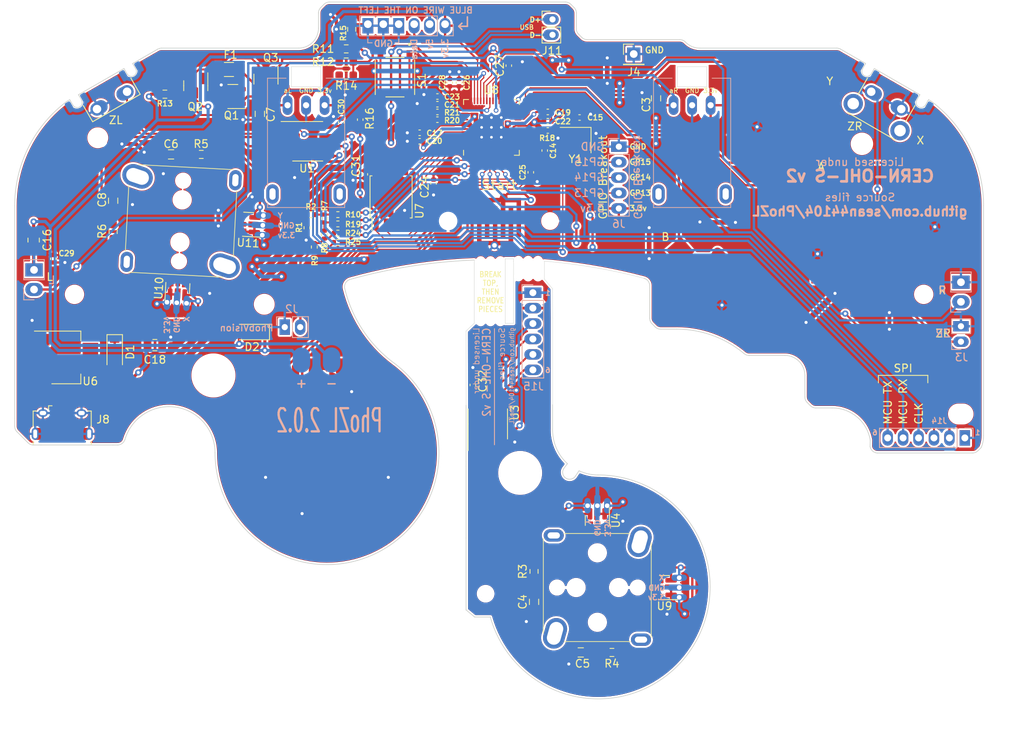
<source format=kicad_pcb>
(kicad_pcb (version 20211014) (generator pcbnew)
  (layers (0 "F.Cu" signal) (31 "B.Cu" signal) (36 "B.SilkS" user "B.Silkscreen") (37 "F.SilkS" user "F.Silkscreen") (38 "B.Mask" user) (39 "F.Mask" user) (44 "Edge.Cuts" user))
  (net 0 "")
  (net 1 "GND")
  (net 2 "+3V3")
  (net 3 "/A")
  (net 4 "/B")
  (net 5 "/X")
  (net 6 "/Y")
  (net 7 "/R")
  (net 8 "/Start")
  (net 9 "/Z")
  (net 10 "/Dleft")
  (net 11 "/Dup")
  (net 12 "/Dright")
  (net 13 "/Ddown")
  (net 14 "/Lanalog")
  (net 15 "/Ranalog")
  (net 16 "/L")
  (net 17 "/Stick_x_filt")
  (net 18 "/Stick_y_filt")
  (net 19 "/Ladder1")
  (net 20 "/Rumble")
  (net 21 "/C_x_filt")
  (net 22 "/C_y_filt")
  (net 23 "Net-(Q1-Pad1)")
  (net 24 "Net-(F1-Pad2)")
  (net 25 "Net-(Q1-Pad3)")
  (net 26 "/Brake")
  (net 27 "Net-(Q3-Pad1)")
  (net 28 "Net-(D2-Pad2)")
  (net 29 "VCC")
  (net 32 "/XIN")
  (net 33 "Net-(C15-Pad1)")
  (net 34 "+1V1")
  (net 35 "+5V")
  (net 36 "/V")
  (net 37 "/USB_D+")
  (net 38 "/USB_D-")
  (net 39 "/~{USB_BOOT}")
  (net 40 "/QSPI_SS")
  (net 41 "/XOUT")
  (net 42 "Net-(R20-Pad2)")
  (net 43 "Net-(R21-Pad2)")
  (net 44 "/QSPI_SD1")
  (net 45 "/QSPI_SD2")
  (net 46 "/QSPI_SD0")
  (net 47 "/QSPI_SCLK")
  (net 48 "/QSPI_SD3")
  (net 49 "/Ladder2")
  (net 50 "/Ladder3")
  (net 51 "/Ladder4")
  (net 52 "Net-(R1-Pad1)")
  (net 53 "Net-(R10-Pad1)")
  (net 54 "Net-(R19-Pad1)")
  (net 55 "Net-(R24-Pad1)")
  (net 56 "/GPIO12")
  (net 57 "/GPIO13")
  (net 58 "/GPIO14")
  (net 59 "/GPIO15")
  (net 60 "/SWCLK")
  (net 61 "/SWD")
  (net 62 "/RUN")
  (net 63 "/CS2")
  (net 64 "/CLK")
  (net 65 "/Dout")
  (net 66 "/Din")
  (net 67 "/GCC_DATA")
  (net 69 "/CS1")
  (net 70 "/H1XS")
  (net 71 "/H1YS")
  (net 72 "/H2YS")
  (net 73 "/H2XS")
  (net 74 "Net-(D1-Pad2)")
  (net 75 "/CLK2")
  (net 76 "/Dout2")
  (net 77 "/Din2")
  (net 78 "/CS2_2")
  (net 79 "/GND_C")
  (footprint "PhobGCC_2_0_0_footprints:ABXY_Contact_Omron_Switch" (layer "F.Cu") (at 152.24 51.08)
    (fp_text reference "SW1" hide)
    (fp_text value "A" hide)
  )
  (footprint "PhobGCC_2_0_0_footprints:ABXY_Contact_Omron_Switch" (layer "F.Cu") (at 137.04 58.78 41)
    (fp_text reference "SW2" hide)
    (fp_text value "B" hide)
  )
  (footprint "PhobGCC_2_0_0_footprints:Z_Switch_Edge_Omron" (layer "F.Cu") (at 161.141443 35.505 -30)
    (fp_text reference "SW8" hide)
    (fp_text value "Z" hide)
  )
  (footprint "PhobGCC_2_0_0_footprints:Dpad_Contact_TL3315NF_2" (layer "F.Cu") (at 80.74 81.13 180)
    (fp_text reference "SW9" hide)
    (fp_text value "Dleft" hide)
  )
  (footprint "PhobGCC_2_0_0_footprints:Dpad_Contact_TL3315NF_2" (layer "F.Cu") (at 88.69 73.18 -90)
    (fp_text reference "SW10" hide)
    (fp_text value "Dup" hide)
  )
  (footprint "PhobGCC_2_0_0_footprints:Dpad_Contact_TL3315NF_2" (layer "F.Cu") (at 96.64 81.13 180)
    (fp_text reference "SW11" hide)
    (fp_text value "Dright" hide)
  )
  (footprint "PhobGCC_2_0_0_footprints:Dpad_Contact_TL3315NF_2" (layer "F.Cu") (at 88.69 89.08 90)
    (fp_text reference "SW12" hide)
    (fp_text value "Ddown" hide)
  )
  (footprint "PhobGCC_2_0_0_footprints:GCC_Stickbox_Hall_Only" (layer "F.Cu") (at 69.795083 51.128232 177)
    (fp_text reference "U2" hide)
    (fp_text value "Stickbox_Assembly_Main")
  )
  (footprint "PhobGCC_2_0_0_footprints:C_0603_HandSoldering" (layer "F.Cu") (at 80 37.25 -90)
    (fp_text reference "C7")
    (fp_text value "0.047u")
  )
  (footprint "PhobGCC_2_0_0_footprints:C_0603_HandSoldering" (layer "F.Cu") (at 131.318 35.24 90)
    (fp_text reference "C3")
    (fp_text value "0.047u")
  )
  (footprint "PhobGCC_2_0_0_footprints:Start_Contact" (layer "F.Cu") (at 110.99 51.18)
    (fp_text reference "SW5" hide)
    (fp_text value "Start")
  )
  (footprint "PhobGCC_2_0_0_footprints:ABXY_Contact_Omron_Switch" (layer "F.Cu") (at 148.24 36.98 -63)
    (fp_text reference "SW4" hide)
    (fp_text value "Y" hide)
  )
  (footprint "PhobGCC_2_0_0_footprints:MountingHole_5.2mm" (layer "F.Cu") (at 73.99 71.13)
    (fp_text reference "H1" hide)
    (fp_text value "5.2mm")
  )
  (footprint "PhobGCC_2_0_0_footprints:MountingHole_2.0mm" (layer "F.Cu") (at 55.99 60.63)
    (fp_text reference "H3" hide)
    (fp_text value "2mm")
  )
  (footprint "PhobGCC_2_0_0_footprints:MountingHole_1.8mm" (layer "F.Cu") (at 104.39 51.13)
    (fp_text reference "H5" hide)
    (fp_text value "1.8mm")
  )
  (footprint "PhobGCC_2_0_0_footprints:MountingHole_1.8mm" (layer "F.Cu") (at 117.59 51.13)
    (fp_text reference "H6" hide)
    (fp_text value "1.8mm")
  )
  (footprint "PhobGCC_2_0_0_footprints:MountingHole_2.4mm" (layer "F.Cu") (at 157.99 41.13)
    (fp_text reference "H7" hide)
    (fp_text value "2.4mm")
  )
  (footprint "PhobGCC_2_0_0_footprints:MountingHole_2.0mm" (layer "F.Cu") (at 165.99 60.63)
    (fp_text reference "H4" hide)
    (fp_text value "2mm")
  )
  (footprint "PhobGCC_2_0_0_footprints:MountingHole_2.2mm" (layer "F.Cu") (at 59.006622 40.346621)
    (fp_text reference "H8" hide)
    (fp_text value "2.2mm")
  )
  (footprint "PhobGCC_2_0_0_footprints:ABXY_Contact_Omron_Switch" (layer "F.Cu") (at 166.54 47.68 12)
    (fp_text reference "SW3" hide)
    (fp_text value "X" hide)
  )
  (footprint "PhobGCC_2_0_0_footprints:Slot" (layer "F.Cu") (at 170.79 76.13)
    (fp_text reference "H2" hide)
    (fp_text value "Slot")
  )
  (footprint "PhobGCC_2_0_0_footprints:MountingHole_2.2mm" (layer "F.Cu") (at 80.573378 61.913378)
    (fp_text reference "H9" hide)
    (fp_text value "2.2mm")
  )
  (footprint "PhobGCC_2_0_0_footprints:Fuse_1206_3216Metric" (layer "F.Cu") (at 76 31.5)
    (fp_text reference "F1")
    (fp_text value "Fuse")
  )
  (footprint "PhobGCC_2_0_0_footprints:R_0603_1608Metric_Pad0.98x0.95mm_HandSolder" (layer "F.Cu") (at 91.19 32.23)
    (fp_text reference "R14")
    (fp_text value "10k")
  )
  (footprint "PhobGCC_2_0_0_footprints:SOIC-8_5.23x5.23mm_P1.27mm" (layer "F.Cu") (at 97 48 90)
    (fp_text reference "U7")
    (fp_text value "W25Q128JVS")
  )
  (footprint "PhobGCC_2_0_0_footprints:R_0402_1005Metric" (layer "F.Cu") (at 90.106 51.5)
    (fp_text reference "R19")
    (fp_text value "316")
  )
  (footprint "PhobGCC_2_0_0_footprints:R_0402_1005Metric" (layer "F.Cu") (at 86.606 50.3 180)
    (fp_text reference "R2")
    (fp_text value "180")
  )
  (footprint "PhobGCC_2_0_0_footprints:C_0402_1005Metric" (layer "F.Cu") (at 100.7 39.7 180)
    (fp_text reference "C17")
    (fp_text value "100n")
  )
  (footprint "PhobGCC_2_0_0_footprints:SOT-223-3_TabPin2" (layer "F.Cu") (at 54.9 68.8)
    (fp_text reference "U6")
    (fp_text value "AMS1117-3.3")
  )
  (footprint "PhobGCC_2_0_0_footprints:C_0402_1005Metric" (layer "F.Cu") (at 53.25 56.02 -90)
    (fp_text reference "C29")
    (fp_text value "100n")
  )
  (footprint "PhobGCC_2_0_0_footprints:Crystal_SMD_3225-4Pin_3.2x2.5mm" (layer "F.Cu") (at 120.9 40.65 180)
    (fp_text reference "Y1")
    (fp_text value "Crystal_GND24")
  )
  (footprint "PhobGCC_2_0_0_footprints:C_0402_1005Metric" (layer "F.Cu") (at 103 37)
    (fp_text reference "R21")
    (fp_text value "27")
  )
  (footprint "PhobGCC_2_0_0_footprints:R_0402_1005Metric" (layer "F.Cu") (at 88.356 50.8 90)
    (fp_text reference "R7")
    (fp_text value "180")
  )
  (footprint "PhobGCC_2_0_0_footprints:C_0402_1005Metric" (layer "F.Cu") (at 103 38)
    (fp_text reference "R20")
    (fp_text value "27")
  )
  (footprint "PhobGCC_2_0_0_footprints:C_0603_HandSoldering" (layer "F.Cu") (at 121.568 107.01 180)
    (fp_text reference "C5")
    (fp_text value "0.047u")
  )
  (footprint "PhobGCC_2_0_0_footprints:SW_TS-1187A-B-A-B" (layer "F.Cu") (at 97.5 32.5 -90)
    (fp_text reference "S1")
    (fp_text value "BOOTSEL")
  )
  (footprint "PhobGCC_2_0_0_footprints:C_0402_1005Metric" (layer "F.Cu") (at 105.8 33.2 90)
    (fp_text reference "C26")
    (fp_text value "100n")
  )
  (footprint "PhobGCC_2_0_0_footprints:SOT-23" (layer "F.Cu") (at 132.418 98.61 180)
    (fp_text reference "U9")
    (fp_text value "DRV5055A2xDBZxQ1")
  )
  (footprint "PhobGCC_2_0_0_footprints:C_0402_1005Metric" (layer "F.Cu") (at 102.5 46.25 -90)
    (fp_text reference "C24")
    (fp_text value "100n")
  )
  (footprint "PhobGCC_2_0_0_footprints:C_0402_1005Metric" (layer "F.Cu") (at 90.551 38.354 90)
    (fp_text reference "C30")
    (fp_text value "100n")
  )
  (footprint "PhobGCC_2_0_0_footprints:SOT-23" (layer "F.Cu") (at 123.716 89.91 -90)
    (fp_text reference "U4")
    (fp_text value "DRV5055A2xDBZxQ1")
  )
  (footprint "PhobGCC_2_0_0_footprints:Z_Switch_Edge_Omron" (layer "F.Cu") (at 60.85277 35.505 30)
    (fp_text reference "SW8L" hide)
    (fp_text value "ZL" hide)
  )
  (footprint "PhobGCC_2_0_0_footprints:R_0402_1005Metric" (layer "F.Cu") (at 90.106 50.3)
    (fp_text reference "R10")
    (fp_text value "316")
  )
  (footprint "PhobGCC_2_0_0_footprints:C_0402_1005Metric" (layer "F.Cu") (at 116.9 42 -90)
    (fp_text reference "C14")
    (fp_text value "27p")
  )
  (footprint "PhobGCC_2_0_0_footprints:C_0402_1005Metric" (layer "F.Cu") (at 107.5944 72.3646 90)
    (fp_text reference "C32")
    (fp_text value "100n")
  )
  (footprint "PhobGCC_2_0_0_footprints:R_0402_1005Metric" (layer "F.Cu") (at 87.056 54.5 90)
    (fp_text reference "R9")
    (fp_text value "180")
  )
  (footprint "PhobGCC_2_0_0_footprints:C_0805_2012Metric" (layer "F.Cu") (at 50.7 53.6 -90)
    (fp_text reference "C16")
    (fp_text value "10u")
  )
  (footprint "PhobGCC_2_0_0_footprints:R_0402_1005Metric" (layer "F.Cu") (at 86.106 52 -90)
    (fp_text reference "R1")
    (fp_text value "180")
  )
  (footprint "PhobGCC_2_0_0_footprints:SOIC-8_3.9x4.9mm_P1.27mm" (layer "F.Cu") (at 109.518 77.41 90)
    (fp_text reference "U3")
    (fp_text value "MCP3002")
  )
  (footprint "PhobGCC_2_0_0_footprints:C_0402_1005Metric" (layer "F.Cu") (at 117.3 38.2)
    (fp_text reference "C22")
    (fp_text value "100n")
  )
  (footprint "PhobGCC_2_0_0_footprints:RP2040-QFN-56" (layer "F.Cu") (at 110 39 90)
    (fp_text reference "U8")
    (fp_text value "RP2040")
  )
  (footprint "PhobGCC_2_0_0_footprints:C_0402_1005Metric" (layer "F.Cu") (at 100.7 40.8 180)
    (fp_text reference "C20")
    (fp_text value "100n")
  )
  (footprint "PhobGCC_2_0_0_footprints:SOT-23" (layer "F.Cu") (at 80.79 32.75 -90)
    (fp_text reference "Q3")
    (fp_text value "Q_NMOS_GSD")
  )
  (footprint "PhobGCC_2_0_0_footprints:R_0402_1005Metric" (layer "F.Cu") (at 90.106 53.9)
    (fp_text reference "R25")
    (fp_text value "316")
  )
  (footprint "PhobGCC_2_0_0_footprints:R_0603_1608Metric_Pad0.98x0.95mm_HandSolder" (layer "F.Cu") (at 67.7 34.7 180)
    (fp_text reference "R13")
    (fp_text value "10k")
  )
  (footprint "PhobGCC_2_0_0_footprints:PinHeader_1x01_P2.54mm_Vertical" (layer "F.Cu") (at 128.43 29.55)
    (fp_text reference "J4")
    (fp_text value "Conn_01x01")
  )
  (footprint "PhobGCC_2_0_0_footprints:C_0603_HandSoldering" (layer "F.Cu") (at 115.518 100.46 -90)
    (fp_text reference "C4")
    (fp_text value "0.047u")
  )
  (footprint "PhobGCC_2_0_0_footprints:breakaway-mousebites-double-v2-small" (layer "F.Cu") (at 114.5272 56.049325 180)
    (fp_text reference "H14" hide)
    (fp_text value "MouseBite" hide)
  )
  (footprint "PhobGCC_2_0_0_footprints:C_0603_HandSoldering" (layer "F.Cu") (at 68.5 42.5 180)
    (fp_text reference "C6")
    (fp_text value "0.047u")
  )
  (footprint "PhobGCC_2_0_0_footprints:C_0402_1005Metric" (layer "F.Cu") (at 93.599 45.085 -90)
    (fp_text reference "C31")
    (fp_text value "100n")
  )
  (footprint "PhobGCC_2_0_0_footprints:R_0603_1608Metric_Pad0.98x0.95mm_HandSolder" (layer "F.Cu") (at 91.9 26.3 -90)
    (fp_text reference "R15")
    (fp_text value "10k")
  )
  (footprint "PhobGCC_2_0_0_footprints:R_0603_1608Metric_Pad0.98x0.95mm_HandSolder" (layer "F.Cu") (at 115.518 96.51 90)
    (fp_text reference "R3")
    (fp_text value "2k")
  )
  (footprint "PhobGCC_2_0_0_footprints:C_0402_1005Metric" (layer "F.Cu") (at 117.3 39.4)
    (fp_text reference "R18")
    (fp_text value "1k")
  )
  (footprint "PhobGCC_2_0_0_footprints:R_0402_1005Metric" (layer "F.Cu") (at 90.106 52.7)
    (fp_text reference "R24")
    (fp_text value "316")
  )
  (footprint "PhobGCC_2_0_0_footprints:SOT-23" (layer "F.Cu") (at 78.475 51.575 177)
    (fp_text reference "U11")
    (fp_text value "DRV5055A2xDBZxQ1")
  )
  (footprint "PhobGCC_2_0_0_footprints:GCC_Stickbox_Hall_Only" (layer "F.Cu") (at 123.719 98.604552 -90)
    (fp_text reference "U5" hide)
    (fp_text value "Stickbox_Assembly_CStick")
  )
  (footprint "PhobGCC_2_0_0_footprints:SOT-23" (layer "F.Cu") (at 69.350935 59.811215 87)
    (fp_text reference "U10")
    (fp_text value "DRV5055A2xDBZxQ1")
  )
  (footprint "PhobGCC_2_0_0_footprints:R_0603_1608Metric_Pad0.98x0.95mm_HandSolder" (layer "F.Cu") (at 125.6055 107.01)
    (fp_text reference "R4")
    (fp_text value "2k")
  )
  (footprint "PhobGCC_2_0_0_footprints:breakaway-mousebites-double-v2-large" (layer "F.Cu") (at 110.1104 62.67685)
    (fp_text reference "H15" hide)
    (fp_text value "MouseBite" hide)
  )
  (footprint "PhobGCC_2_0_0_footprints:R_0603_1608Metric_Pad0.98x0.95mm_HandSolder" (layer "F.Cu") (at 61 52.5 -90)
    (fp_text reference "R6")
    (fp_text value "2k")
  )
  (footprint "PhobGCC_2_0_0_footprints:D_SOD-123" (layer "F.Cu") (at 61.2 68.1 -90)
    (fp_text reference "D1")
    (fp_text value "MBR0520")
  )
  (footprint "PhobGCC_2_0_0_footprints:MountingHole_5.2mm" (layer "F.Cu") (at 113.719 83.754552 90)
    (fp_text reference "H11" hide)
    (fp_text value "MountingHole")
  )
  (footprint "PhobGCC_2_0_0_footprints:R_0402_1005Metric" (layer "F.Cu") (at 88.356 52.9 90)
    (fp_text reference "R8")
    (fp_text value "180")
  )
  (footprint "PhobGCC_2_0_0_footprints:C_0402_1005Metric" (layer "F.Cu") (at 104.6 33.2 90)
    (fp_text reference "C28")
    (fp_text value "100n")
  )
  (footprint "PhobGCC_2_0_0_footprints:C_0402_1005Metric" (layer "F.Cu") (at 103 36 180)
    (fp_text reference "C21")
    (fp_text value "1u")
  )
  (footprint "PhobGCC_2_0_0_footprints:PinHeader_1x02_P2.00mm_Vertical" (layer "F.Cu") (at 117.91 25.01)
    (fp_text reference "J11")
    (fp_text value "Conn_01x02")
  )
  (footprint "PhobGCC_2_0_0_footprints:SOT-23" (layer "F.Cu") (at 76.5 35 180)
    (fp_text reference "Q1")
    (fp_text value "Q_NMOS_GSD")
  )
  (footprint "PhobGCC_2_0_0_footprints:C_0402_1005Metric" (layer "F.Cu") (at 93 38 90)
    (fp_text reference "R16")
    (fp_text value "1k")
  )
  (footprint "PhobGCC_2_0_0_footprints:C_0402_1005Metric" (layer "F.Cu") (at 121.412 37.719)
    (fp_text reference "C15")
    (fp_text value "27p")
  )
  (footprint "PhobGCC_2_0_0_footprints:D_SOD-123" (layer "F.Cu") (at 79 65.51 180)
    (fp_text reference "D2")
    (fp_text value "M7C")
  )
  (footprint "PhobGCC_2_0_0_footprints:C_0402_1005Metric" (layer "F.Cu") (at 103 35 180)
    (fp_text reference "C23")
    (fp_text value "1u")
  )
  (footprint "PhobGCC_2_0_0_footprints:MountingHole_2.0mm" (layer "F.Cu") (at 123.719 94.104552 90)
    (fp_text reference "H13" hide)
    (fp_text value "MountingHole")
  )
  (footprint "PhobGCC_2_0_0_footprints:USB_Micro-B_Amphenol_10118194_Horizontal" (layer "F.Cu") (at 54.4 77.4)
    (fp_text reference "J8")
    (fp_text value "USB_B_Micro")
  )
  (footprint "PhobGCC_2_0_0_footprints:R_0603_1608Metric_Pad0.98x0.95mm_HandSolder" (layer "F.Cu") (at 91.19 28.83 180)
    (fp_text reference "R11")
    (fp_text value "100R")
  )
  (footprint "PhobGCC_2_0_0_footprints:C_0402_1005Metric" (layer "F.Cu") (at 115.1 44.82 -90)
    (fp_text reference "C25")
    (fp_text value "100n")
  )
  (footprint "PhobGCC_2_0_0_footprints:R_0603_1608Metric_Pad0.98x0.95mm_HandSolder" (layer "F.Cu") (at 72.4125 42.5)
    (fp_text reference "R5")
    (fp_text value "2k")
  )
  (footprint "PhobGCC_2_0_0_footprints:MountingHole_2.0mm" (layer "F.Cu") (at 123.719 103.104552 90)
    (fp_text reference "H12" hide)
    (fp_text value "MountingHole")
  )
  (footprint "PhobGCC_2_0_0_footprints:SOIC-8_3.9x4.9mm_P1.27mm" (layer "F.Cu") (at 86.2 40.8)
    (fp_text reference "U1")
    (fp_text value "MCP3002")
  )
  (footprint "PhobGCC_2_0_0_footprints:MountingHole_1.8mm" (layer "F.Cu") (at 109.244 99.404552 90)
    (fp_text reference "H10" hide)
    (fp_text value "MountingHole")
  )
  (footprint "PhobGCC_2_0_0_footprints:C_0603_HandSoldering" (layer "F.Cu") (at 61 48.5 90)
    (fp_text reference "C8")
    (fp_text value "0.047u")
  )
  (footprint "PhobGCC_2_0_0_footprints:C_0402_1005Metric" (layer "F.Cu") (at 112.25 31 90)
    (fp_text reference "C27")
    (fp_text value "100n")
  )
  (footprint "PhobGCC_2_0_0_footprints:C_0805_2012Metric" (layer "F.Cu") (at 66.4 67.2)
    (fp_text reference "C18")
    (fp_text value "10u")
  )
  (footprint "PhobGCC_2_0_0_footprints:SOT-23" (layer "F.Cu") (at 71.7 33.6 -90)
    (fp_text reference "Q2")
    (fp_text value "Q_PMOS_GDS")
  )
  (footprint "PhobGCC_2_0_0_footprints:R_0603_1608Metric_Pad0.98x0.95mm_HandSolder" (layer "F.Cu") (at 91.19 30.53 180)
    (fp_text reference "R12")
    (fp_text value "100R")
  )
  (footprint "PhobGCC_2_0_0_footprints:C_0402_1005Metric" (layer "F.Cu") (at 117.3 37)
    (fp_text reference "C19")
    (fp_text value "100n")
  )
  (footprint "PhobGCC_2_0_0_footprints:Pin_Header_Straight_1x02_Pitch2.54mm" (layer "B.Cu") (at 50.75 60)
    (fp_text reference "SW6" hide)
    (fp_text value "L" hide)
  )
  (footprint "PhobGCC_2_0_0_footprints:Pin_Header_Straight_1x02_Pitch2.54mm" (layer "B.Cu") (at 170.815 61.595)
    (fp_text reference "SW7" hide)
    (fp_text value "R" hide)
  )
  (footprint "PhobGCC_2_0_0_footprints:GCC_Slider" (layer "B.Cu") (at 135.99 36.13 180)
    (fp_text reference "RV2" hide)
    (fp_text value "R_POT_MountingPin")
  )
  (footprint "PhobGCC_2_0_0_footprints:GCC_Slider" (layer "B.Cu") (at 85.99 36.13 180)
    (fp_text reference "RV1" hide)
    (fp_text value "R_POT_MountingPin")
  )
  (footprint "PhobGCC_2_0_0_footprints:GCC_Header_Straight_1x06_Pitch2.00mm" (layer "B.Cu") (at 103.99 25.63 90)
    (fp_text reference "J1" hide)
    (fp_text value "Conn_01x06_Female")
  )
  (footprint "PhobGCC_2_0_0_footprints:PinHeader_1x02_P2.00mm_Horizontal" (layer "B.Cu") (at 170.815 64.761 180)
    (fp_text reference "J3")
    (fp_text value "Conn_01x02")
  )
  (footprint "Connector_PinSocket_2.00mm:PinSocket_1x06_P2.00mm_Vertical" (layer "B.Cu") (at 126.5 51.5)
    (fp_text reference "J6")
    (fp_text value "Conn_01x06")
  )
  (footprint "PhobGCC_2_0_0_footprints:PinSocket_1x06_P2.00mm_Vertical" (layer "B.Cu") (at 115.3668 60.41 180)
    (fp_text reference "J15")
    (fp_text value "Conn_01x06")
  )
  (footprint "PhobGCC_2_0_0_footprints:rumble_pins" (layer "B.Cu") (at 86.182 69.118 -90)
    (fp_text reference "J5" hide)
    (fp_text value "Rumble" hide)
  )
  (footprint "PhobGCC_2_0_0_footprints:PinSocket_1x06_P2.00mm_Vertical" (layer "B.Cu") (at 171.3192 79.2226 90)
    (fp_text reference "J14")
    (fp_text value "Conn_01x06")
  )
  (footprint "PhobGCC_2_0_0_footprints:PinHeader_1x02_P2.00mm_Vertical" (layer "B.Cu") (at 83.2264 64.8716 -90)
    (fp_text reference "J2")
    (fp_text value "Conn_01x02")
  )
  (gr_line (start 106.172 26.3144) (end 105.7656 25.908) (layer "B.SilkS") (width 0.2))
  (gr_line (start 106.8832 24.6888) (end 106.8832 25.908) (layer "B.SilkS") (width 0.2))
  (gr_line (start 94.5388 28.0416) (end 93.98 28.0416) (layer "B.SilkS") (width 0.12))
  (gr_line (start 97.536 28.0416) (end 97.9932 28.0416) (layer "B.SilkS") (width 0.12))
  (gr_line (start 110.3884 65.0748) (end 110.3884 80.1116) (layer "B.SilkS") (width 0.12))
  (gr_line (start 97.9932 28.0416) (end 97.9932 27.5336) (layer "B.SilkS") (width 0.12))
  (gr_line (start 105.7656 25.908) (end 106.172 25.5016) (layer "B.SilkS") (width 0.2))
  (gr_line (start 106.8832 25.908) (end 105.7656 25.908) (layer "B.SilkS") (width 0.2))
  (gr_line (start 93.98 28.0416) (end 93.98 27.5336) (layer "B.SilkS") (width 0.12))
  (gr_line (start 160.1216 71.12) (end 160.1216 72.0852) (layer "F.SilkS") (width 0.12))
  (gr_line (start 166.5224 71.12) (end 166.5224 72.0852) (layer "F.SilkS") (width 0.12))
  (gr_line (start 160.1216 71.12) (end 166.5224 71.12) (layer "F.SilkS") (width 0.12))
  (gr_line (start 84.09 33.73) (end 84.09 31.13) (layer "Edge.Cuts") (width 0.05))
  (gr_line (start 134.09 33.73) (end 134.09 31.13) (layer "Edge.Cuts") (width 0.05))
  (gr_line (start 112.86 64.388391) (end 112.8618 56.326618) (layer "Edge.Cuts") (width 0.05))
  (gr_line (start 160.035421 81.176124) (end 172.317318 81.176124) (layer "Edge.Cuts") (width 0.1))
  (gr_line (start 165.087895 35.462132) (end 165.486672 34.768607) (layer "Edge.Cuts") (width 0.1))
  (gr_arc (start 50.663 80.14) (mid 50.279398 80.062098) (end 49.954213 79.844213) (layer "Edge.Cuts") (width 0.1))
  (gr_line (start 51.645 80.139957) (end 50.663 80.14) (layer "Edge.Cuts") (width 0.1))
  (gr_line (start 119.842883 82.558942) (end 119.376378 83.178617) (layer "Edge.Cuts") (width 0.1))
  (gr_line (start 150.597106 71.137107) (end 150.597106 73.922893) (layer "Edge.Cuts") (width 0.1))
  (gr_line (start 152.011319 75.337107) (end 154.134915 75.337107) (layer "Edge.Cuts") (width 0.1))
  (gr_line (start 158.464731 30.730991) (end 155.228573 28.8702) (layer "Edge.Cuts") (width 0.1))
  (gr_arc (start 166.214873 36.110144) (mid 165.327396 36.349596) (end 165.087895 35.462132) (layer "Edge.Cuts") (width 0.1))
  (gr_line (start 134.09 31.13) (end 137.89 31.13) (layer "Edge.Cuts") (width 0.05))
  (gr_line (start 48.247107 49.137108) (end 48.247107 76.664) (layer "Edge.Cuts") (width 0.1))
  (gr_line (start 173.024425 80.883231) (end 173.438638 80.469018) (layer "Edge.Cuts") (width 0.1))
  (gr_line (start 159.591709 31.379003) (end 159.192932 32.072529) (layer "Edge.Cuts") (width 0.1))
  (gr_line (start 87.89 33.73) (end 84.09 33.73) (layer "Edge.Cuts") (width 0.05))
  (gr_line (start 106.7054 65.3796) (end 107.7722 64.3636) (layer "Edge.Cuts") (width 0.05))
  (gr_arc (start 129.749616 58.543703) (mid 130.288467 58.899951) (end 130.497106 59.511297) (layer "Edge.Cuts") (width 0.1))
  (gr_line (start 106.715107 101.504552) (end 107.824 102.423717) (layer "Edge.Cuts") (width 0.1))
  (gr_arc (start 90.998864 59.88648) (mid 91.110473 59.140878) (end 91.710992 58.685076) (layer "Edge.Cuts") (width 0.1))
  (gr_arc (start 87.597106 26.137107) (mid 86.835584 27.975585) (end 84.997107 28.737107) (layer "Edge.Cuts") (width 0.1))
  (gr_line (start 87.597106 24.180963) (end 87.597106 26.137107) (layer "Edge.Cuts") (width 0.1))
  (gr_arc (start 87.597106 24.180963) (mid 87.67324 23.798285) (end 87.889999 23.473856) (layer "Edge.Cuts") (width 0.1))
  (gr_arc (start 116.8618 56.326618) (mid 123.353576 57.156903) (end 129.749616 58.543702) (layer "Edge.Cuts") (width 0.05))
  (gr_line (start 166.997106 35.637107) (end 166.61365 35.41662) (layer "Edge.Cuts") (width 0.1))
  (gr_arc (start 131.911318 65.137107) (mid 131.528632 65.060994) (end 131.204212 64.844213) (layer "Edge.Cuts") (width 0.1))
  (gr_arc (start 136.997106 28.737107) (mid 135.981533 28.530562) (end 135.127319 27.943733) (layer "Edge.Cuts") (width 0.1))
  (gr_arc (start 123.824 84.023717) (mid 122.552654 83.885186) (end 121.341069 83.475824) (layer "Edge.Cuts") (width 0.1))
  (gr_line (start 62.801281 32.07253) (end 62.402504 31.379004) (layer "Edge.Cuts") (width 0.1))
  (gr_line (start 120.874563 84.176335) (end 121.341069 83.475824) (layer "Edge.Cuts") (width 0.1))
  (gr_line (start 130.789999 64.43) (end 131.204212 64.844213) (layer "Edge.Cuts") (width 0.1))
  (gr_arc (start 66.76564 28.870201) (mid 67.006144 28.770955) (end 67.264111 28.737107) (layer "Edge.Cuts") (width 0.1))
  (gr_line (start 106.718 82.260552) (end 106.717957 82.882552) (layer "Edge.Cuts") (width 0.1))
  (gr_line (start 159.064982 79.503773) (end 159.049408 80.34279) (layer "Edge.Cuts") (width 0.1))
  (gr_line (start 106.717957 92.183552) (end 106.715107 101.504552) (layer "Edge.Cuts") (width 0.1))
  (gr_arc (start 120.704213 23.473856) (mid 120.920996 23.798275) (end 120.997106 24.180963) (layer "Edge.Cuts") (width 0.1))
  (gr_arc (start 56.906318 35.462133) (mid 56.666815 36.3496) (end 55.77934 36.110145) (layer "Edge.Cuts") (width 0.1))
  (gr_line (start 150.889999 74.63) (end 151.304212 75.044213) (layer "Edge.Cuts") (width 0.1))
  (gr_line (start 111.7788 64.389609) (end 111.7788 56.03) (layer "Edge.Cuts") (width 0.05))
  (gr_line (start 117.924 78.123717) (end 117.924 74.923717) (layer "Edge.Cuts") (width 0.1))
  (gr_arc (start 166.997106 35.637107) (mid 171.965561 41.590379) (end 173.747106 49.137107) (layer "Edge.Cuts") (width 0.1))
  (gr_line (start 88.304212 23.059643) (end 87.889999 23.473856) (layer "Edge.Cuts") (width 0.1))
  (gr_line (start 112.8618 56.03) (end 112.8618 56.326618) (layer "Edge.Cuts") (width 0.05))
  (gr_arc (start 133.997106 65.137106) (mid 138.639987 65.953411) (end 142.725996 68.304417) (layer "Edge.Cuts") (width 0.1))
  (gr_arc (start 143.367271 68.537106) (mid 143.026181 68.477126) (end 142.725996 68.304417) (layer "Edge.Cuts") (width 0.1))
  (gr_line (start 166.61365 35.41662) (end 166.214873 36.110145) (layer "Edge.Cuts") (width 0.1))
  (gr_line (start 60.946 80.139957) (end 51.645 80.139957) (layer "Edge.Cuts") (width 0.1))
  (gr_line (start 137.89 31.13) (end 137.89 33.73) (layer "Edge.Cuts") (width 0.05))
  (gr_line (start 120.997106 26.224375) (end 120.997106 24.180963) (layer "Edge.Cuts") (width 0.1))
  (gr_arc (start 122.411319 27.638589) (mid 122.028633 27.562474) (end 121.704212 27.345696) (layer "Edge.Cuts") (width 0.1))
  (gr_line (start 120.704212 23.473856) (end 120.289999 23.059643) (layer "Edge.Cuts") (width 0.1))
  (gr_arc (start 62.525292 79.424399) (mid 69.101063 75.238705) (end 74.197105 81.137107) (layer "Edge.Cuts") (width 0.1))
  (gr_line (start 84.09 31.13) (end 87.89 31.13) (layer "Edge.Cuts") (width 0.05))
  (gr_arc (start 154.134914 75.337106) (mid 157.362394 76.518301) (end 159.064982 79.503773) (layer "Edge.Cuts") (width 0.1))
  (gr_line (start 165.486672 34.768607) (end 159.591709 31.379003) (layer "Edge.Cuts") (width 0.1))
  (gr_line (start 63.529482 30.730992) (end 63.928259 31.424517) (layer "Edge.Cuts") (width 0.1))
  (gr_arc (start 121.289999 26.931482) (mid 121.073232 26.607056) (end 120.997106 26.224375) (layer "Edge.Cuts") (width 0.1))
  (gr_line (start 130.497106 59.511297) (end 130.497106 63.722893) (layer "Edge.Cuts") (width 0.1))
  (gr_arc (start 63.928259 31.424517) (mid 63.688818 32.312106) (end 62.801281 32.072529) (layer "Edge.Cuts") (width 0.1))
  (gr_arc (start 97.361544 69.510519) (mid 95.201553 94.096358) (end 74.197105 81.137107) (layer "Edge.Cuts") (width 0.1))
  (gr_line (start 111.7788 64.389609) (end 112.86 64.388391) (layer "Edge.Cuts") (width 0.05))
  (gr_arc (start 88.304212 23.059642) (mid 88.628634 22.842865) (end 89.011319 22.766749) (layer "Edge.Cuts") (width 0.1))
  (gr_line (start 107.824 102.423717) (end 109.858328 102.423717) (layer "Edge.Cuts") (width 0.1))
  (gr_arc (start 152.011318 75.337107) (mid 151.628632 75.260994) (end 151.304212 75.044213) (layer "Edge.Cuts") (width 0.1))
  (gr_line (start 134.40817 27.638589) (end 122.411319 27.638589) (layer "Edge.Cuts") (width 0.1))
  (gr_line (start 117.924 63.695835) (end 117.9068 59.8932) (layer "Edge.Cuts") (width 0.05))
  (gr_line (start 173.747106 78.922893) (end 173.747106 49.137107) (layer "Edge.Cuts") (width 0.1))
  (gr_arc (start 150.889999 74.63) (mid 150.673227 74.305576) (end 150.597106 73.922893) (layer "Edge.Cuts") (width 0.1))
  (gr_line (start 117.9068 59.8932) (end 116.8618 58.645093) (layer "Edge.Cuts") (width 0.05))
  (gr_arc (start 160.03542 81.176124) (mid 159.389924 80.939885) (end 159.049408 80.34279) (layer "Edge.Cuts") (width 0.1))
  (gr_line (start 55.77934 36.110146) (end 55.380563 35.416621) (layer "Edge.Cuts") (width 0.1))
  (gr_line (start 119.582892 22.766749) (end 89.011319 22.766749) (layer "Edge.Cuts") (width 0.1))
  (gr_line (start 154.730102 28.737107) (end 136.997106 28.737107) (layer "Edge.Cuts") (width 0.1))
  (gr_line (start 87.89 31.13) (end 87.89 33.73) (layer "Edge.Cuts") (width 0.05))
  (gr_line (start 48.54 78.43) (end 49.954213 79.844213) (layer "Edge.Cuts") (width 0.1))
  (gr_line (start 158.065954 31.424516) (end 158.464731 30.730991) (layer "Edge.Cuts") (width 0.1))
  (gr_arc (start 159.192932 32.072528) (mid 158.305412 32.312055) (end 158.065954 31.424516) (layer "Edge.Cuts") (width 0.1))
  (gr_arc (start 91.710992 58.685076) (mid 99.669286 56.966979) (end 107.773266 56.1848) (layer "Edge.Cuts") (width 0.1))
  (gr_line (start 111.7788 56.03) (end 112.8618 56.03) (layer "Edge.Cuts") (width 0.05))
  (gr_line (start 137.89 33.73) (end 134.09 33.73) (layer "Edge.Cuts") (width 0.05))
  (gr_arc (start 173.024425 80.883231) (mid 172.7 81.1) (end 172.317318 81.176124) (layer "Edge.Cuts") (width 0.1))
  (gr_line (start 117.924 74.923717) (end 117.924 63.695835) (layer "Edge.Cuts") (width 0.05))
  (gr_line (start 106.717957 82.882552) (end 106.717957 92.183552) (layer "Edge.Cuts") (width 0.1))
  (gr_line (start 66.76564 28.870201) (end 63.529482 30.730992) (layer "Edge.Cuts") (width 0.1))
  (gr_arc (start 173.747106 78.922894) (mid 173.669241 79.711192) (end 173.438638 80.469017) (layer "Edge.Cuts") (width 0.1))
  (gr_arc (start 119.582893 22.766749) (mid 119.965576 22.84287) (end 120.289999 23.059643) (layer "Edge.Cuts") (width 0.1))
  (gr_arc (start 97.361543 69.510519) (mid 93.338817 65.254761) (end 90.998865 59.886481) (layer "Edge.Cuts") (width 0.1))
  (gr_arc (start 147.997106 68.537107) (mid 149.835579 69.298634) (end 150.597106 71.137107) (layer "Edge.Cuts") (width 0.1))
  (gr_line (start 62.402504 31.379004) (end 56.507541 34.768608) (layer "Edge.Cuts") (width 0.1))
  (gr_line (start 116.8618 56.326618) (end 116.8618 58.645093) (layer "Edge.Cuts") (width 0.05))
  (gr_arc (start 120.874563 84.176335) (mid 119.626662 84.426561) (end 119.376378 83.178617) (layer "Edge.Cuts") (width 0.1))
  (gr_line (start 48.247107 76.664) (end 48.247 77.722893) (layer "Edge.Cuts") (width 0.1))
  (gr_arc (start 134.40817 27.638589) (mid 134.79878 27.718019) (end 135.127319 27.943733) (layer "Edge.Cuts") (width 0.1))
  (gr_arc (start 123.824 84.023717) (mid 135.374437 107.290544) (end 109.858328 102.423717) (layer "Edge.Cuts") (width 0.1))
  (gr_line (start 84.997107 28.737107) (end 67.264111 28.737107) (layer "Edge.Cuts") (width 0.1))
  (gr_line (start 106.718 82.260552) (end 106.718 75.005) (layer "Edge.Cuts") (width 0.1))
  (gr_line (start 61.57 80.14) (end 60.946 80.139957) (layer "Edge.Cuts") (width 0.1))
  (gr_arc (start 154.730102 28.737106) (mid 154.988068 28.770953) (end 155.228573 28.8702) (layer "Edge.Cuts") (width 0.1))
  (gr_line (start 121.704212 27.345696) (end 121.289999 26.931482) (layer "Edge.Cuts") (width 0.1))
  (gr_line (start 55.380563 35.416621) (end 54.997107 35.637108) (layer "Edge.Cuts") (width 0.1))
  (gr_arc (start 62.525291 79.424399) (mid 62.165506 79.939537) (end 61.57 80.14) (layer "Edge.Cuts") (width 0.1))
  (gr_line (start 56.507541 34.768608) (end 56.906318 35.462133) (layer "Edge.Cuts") (width 0.1))
  (gr_line (start 106.718 75.005) (end 106.7054 65.3796) (layer "Edge.Cuts") (width 0.05))
  (gr_line (start 107.7722 64.3636) (end 107.773266 56.1848) (layer "Edge.Cuts") (width 0.05))
  (gr_line (start 143.367271 68.537107) (end 147.997106 68.537107) (layer "Edge.Cuts") (width 0.1))
  (gr_arc (start 119.842883 82.558942) (mid 118.408322 80.546891) (end 117.924 78.123717) (layer "Edge.Cuts") (width 0.1))
  (gr_arc (start 130.789999 64.43) (mid 130.573227 64.105576) (end 130.497106 63.722893) (layer "Edge.Cuts") (width 0.1))
  (gr_arc (start 48.539999 78.43) (mid 48.323203 78.105575) (end 48.247 77.722893) (layer "Edge.Cuts") (width 0.1))
  (gr_arc (start 48.247107 49.137108) (mid 50.028653 41.590382) (end 54.997107 35.637108) (layer "Edge.Cuts") (width 0.1))
  (gr_line (start 131.911319 65.137107) (end 133.997106 65.137107) (layer "Edge.Cuts") (width 0.1))
  (gr_text "X" (at 132.4864 97.3328) (layer "B.SilkS") (effects (font (size 0.7 0.7)) (justify left mirror)))
  (gr_text "github.com/sean44104/PhoZL" (at 157.734 49.8856) (layer "B.SilkS") (effects (font (size 1.2 1.2) (thickness 0.28)) (justify mirror)))
  (gr_text "github.com/sean44104/PhoZL" (at 112.6236 64.8716 90) (layer "B.SilkS") (effects (font (size 0.6 0.54) (thickness 0.09)) (justify left mirror)))
  (gr_text "R" (at 168.402 60.0964) (layer "B.SilkS") (effects (font (size 1 1)) (justify mirror)))
  (gr_text "Source files" (at 111.3536 64.8716 90) (layer "B.SilkS") (effects (font (size 0.75 0.75) (thickness 0.1)) (justify left mirror)))
  (gr_text "PhobVision" (at 78.2828 64.9732) (layer "B.SilkS") (effects (font (size 0.85 0.85)) (justify mirror)))
  (gr_text "6" (at 159.6644 78.5368) (layer "B.SilkS") (effects (font (size 0.65 0.65)) (justify mirror)))
  (gr_text "Data" (at 99.9744 27.432 90) (layer "B.SilkS") (effects (font (size 0.8 0.8)) (justify left mirror)))
  (gr_text "3.3v" (at 103.9876 27.432 90) (layer "B.SilkS") (effects (font (size 0.8 0.8)) (justify left mirror)))
  (gr_text "3.3v" (at 67.9196 63.3984 270) (layer "B.SilkS") (effects (font (size 0.7 0.7)) (justify right mirror)))
  (gr_text "3.3v" (at 124.714 49.4792) (layer "B.SilkS") (effects (font (size 1 1)) (justify left mirror)))
  (gr_text "3.3v" (at 82.2452 52.9844) (layer "B.SilkS") (effects (font (size 0.7 0.7)) (justify right mirror)))
  (gr_text "PhoZL 2.0.2" (at 89 77) (layer "B.SilkS") (effects (font (size 3 1.5) (thickness 0.3)) (justify mirror)))
  (gr_text "CERN-OHL-S v2" (at 109.3724 64.8716 90) (layer "B.SilkS") (effects (font (size 1 0.9)) (justify left mirror)))
  (gr_text "GP14" (at 124.714 45.466) (layer "B.SilkS") (effects (font (size 1 1)) (justify left mirror)))
  (gr_text "GND" (at 123.698 89.7128 270) (layer "B.SilkS") (effects (font (size 0.7 0.7)) (justify right mirror)))
  (gr_text "L" (at 53.086 58.7756) (layer "B.SilkS") (effects (font (size 1 1)) (justify mirror)))
  (gr_text "GND" (at 82.2452 51.7144) (layer "B.SilkS") (effects (font (size 0.7 0.7)) (justify right mirror)))
  (gr_text "3.3v" (at 125.0188 89.7128 270) (layer "B.SilkS") (effects (font (size 0.7 0.7)) (justify right mirror)))
  (gr_text "GND" (at 132.588 98.6536) (layer "B.SilkS") (effects (font (size 0.7 0.7)) (justify left mirror)))
  (gr_text "GND" (at 124.714 41.5) (layer "B.SilkS") (effects (font (size 1 1)) (justify left mirror)))
  (gr_text "6" (at 117.2972 70.4596) (layer "B.SilkS") (effects (font (size 0.65 0.65)) (justify mirror)))
  (gr_text "Licensed under" (at 157.734 43.4848) (layer "B.SilkS") (effects (font (size 1 1)) (justify mirror)))
  (gr_text "GND" (at 69.1896 63.3984 270) (layer "B.SilkS") (effects (font (size 0.7 0.7)) (justify right mirror)))
  (gr_text "X" (at 70.4596 63.3984 270) (layer "B.SilkS") (effects (font (size 0.7 0.7)) (justify right mirror)))
  (gr_text "1" (at 172.974 78.5368) (layer "B.SilkS") (effects (font (size 0.65 0.65)) (justify mirror)))
  (gr_text "Licensed under" (at 108.0516 64.8716 90) (layer "B.SilkS") (effects (font (size 0.75 0.75) (thickness 0.1)) (justify left mirror)))
  (gr_text "GND" (at 96.012 28.1432) (layer "B.SilkS") (effects (font (size 0.8 0.8)) (justify mirror)))
  (gr_text "1" (at 117.2972 60.452) (layer "B.SilkS") (effects (font (size 0.65 0.65)) (justify mirror)))
  (gr_text "5v" (at 102.0064 27.432 90) (layer "B.SilkS") (effects (font (size 0.8 0.8)) (justify left mirror)))
  (gr_text "3.3v" (at 132.588 99.8728) (layer "B.SilkS") (effects (font (size 0.7 0.7)) (justify left mirror)))
  (gr_text "CERN-OHL-S v2" (at 157.734 45.3136) (layer "B.SilkS") (effects (font (size 1.5 1.5) (thickness 0.35)) (justify mirror)))
  (gr_text "Y" (at 82.2452 50.4444) (layer "B.SilkS") (effects (font (size 0.7 0.7)) (justify right mirror)))
  (gr_text "Source files" (at 157.734 48.0568) (layer "B.SilkS") (effects (font (size 1 1)) (justify mirror)))
  (gr_text "Y" (at 122.4788 89.7128 270) (layer "B.SilkS") (effects (font (size 0.7 0.7)) (justify right mirror)))
  (gr_text "ZR" (at 168.5036 65.6844) (layer "B.SilkS") (effects (font (size 1 1)) (justify mirror)))
  (gr_text "GPIO Breakout" (at 128.9304 45.482 270) (layer "B.SilkS") (effects (font (size 1 1)) (justify mirror)))
  (gr_text "GP15" (at 124.714 43.4848) (layer "B.SilkS") (effects (font (size 1 1)) (justify left mirror)))
  (gr_text "GP13" (at 124.714 47.498) (layer "B.SilkS") (effects (font (size 1 1)) (justify left mirror)))
  (gr_text "BLUE WIRE ON THE LEFT" (at 100.1776 23.8252) (layer "B.SilkS") (effects (font (size 0.8 0.8)) (justify mirror)))
  (gr_text "GPIO Breakout" (at 124.46 45.482 -270) (layer "F.SilkS") (effects (font (size 1 1))))
  (gr_text "GND" (at 135.9916 34.2392) (layer "F.SilkS") (effects (font (size 0.6 0.6) (thickness 0.1))))
  (gr_text "D-" (at 115.69 27.05) (layer "F.SilkS") (effects (font (size 0.65 0.65))))
  (gr_text "MCU TX" (at 161.3408 77.5716 -270) (layer "F.SilkS") (effects (font (size 1 1)) (justify left)))
  (gr_text "D+" (at 115.69 25.06) (layer "F.SilkS") (effects (font (size 0.65 0.65))))
  (gr_text "Y" (at 153.8224 33.02) (layer "F.SilkS") (effects (font (size 1 1))))
  (gr_text "aL" (at 83.6168 34.2392) (layer "F.SilkS") (effects (font (size 0.6 0.6) (thickness 0.1))))
  (gr_text "MCU RX" (at 163.322 77.5716 -270) (layer "F.SilkS") (effects (font (size 1 1)) (justify left)))
  (gr_text "ZR" (at 168.5036 65.6844) (layer "F.SilkS") (effects (font (size 1 1))))
  (gr_text "3.3v" (at 138.3792 34.2392) (layer "F.SilkS") (effects (font (size 0.6 0.6) (thickness 0.1))))
  (gr_text "CLK" (at 165.354 77.5716 -270) (layer "F.SilkS") (effects (font (size 1 1)) (justify left)))
  (gr_text "aR" (at 133.604 34.2392) (layer "F.SilkS") (effects (font (size 0.6 0.6) (thickness 0.1))))
  (gr_text "GP14" (at 127.8128 45.466) (layer "F.SilkS") (effects (font (size 0.7 0.7)) (justify left)))
  (gr_text "GND" (at 86.0044 34.2392) (layer "F.SilkS") (effects (font (size 0.6 0.6) (thickness 0.1))))
  (gr_text "3.3v" (at 88.392 34.2392) (layer "F.SilkS") (effects (font (size 0.6 0.6) (thickness 0.1))))
  (gr_text "BREAK\nTOP,\nTHEN\nREMOVE\nPIECES" (at 109.8804 60.2996) (layer "F.SilkS") (effects (font (size 0.7 0.6) (thickness 0.11))))
  (gr_text "ZR" (at 157.0736 38.862) (layer "F.SilkS") (effects (font (size 1 1))))
  (gr_text "B" (at 132.5372 53.1876) (layer "F.SilkS") (effects (font (size 1 1))))
  (gr_text "GP13" (at 127.8128 47.498) (layer "F.SilkS") (effects (font (size 0.7 0.7)) (justify left)))
  (gr_text "3.3v" (at 127.8128 49.4792) (layer "F.SilkS") (effects (font (size 0.7 0.7)) (justify left)))
  (gr_text "ZL" (at 61.34 38.06) (layer "F.SilkS") (effects (font (size 1 1))))
  (gr_text "X" (at 165.5572 40.6908) (layer "F.SilkS") (effects (font (size 1 1))))
  (gr_text "GP15" (at 127.8128 43.4848) (layer "F.SilkS") (effects (font (size 0.7 0.7)) (justify left)))
  (gr_text "GND" (at 131.11 28.99) (layer "F.SilkS") (effects (font (size 0.8 0.8))))
  (gr_text "R" (at 168.402 60.0964) (layer "F.SilkS") (effects (font (size 1 1))))
  (gr_text "A" (at 152.7048 44.0944) (layer "F.SilkS") (effects (font (size 1 1))))
  (gr_text "L" (at 52.7812 58.3692) (layer "F.SilkS") (effects (font (size 1 1))))
  (gr_text "USB" (at 114.57 26.03) (layer "F.SilkS") (effects (font (size 0.6 0.6) (thickness 0.1125))))
  (gr_text "SPI" (at 163.322 70.2056) (layer "F.SilkS") (effects (font (size 1 1))))
  (gr_text "GND" (at 127.8128 41.5) (layer "F.SilkS") (effects (font (size 0.7 0.7)) (justify left)))
  (segment (start 120.72 42.48) (end 116.9 42.48) (width 0.15) (layer "F.Cu") (net 1))
  (segment (start 77.4375 34.05) (end 75.55 34.05) (width 0.3) (layer "F.Cu") (net 1))
  (segment (start 113.4375 40) (end 114.814994 40) (width 0.15) (layer "F.Cu") (net 1))
  (segment (start 86 52.616) (end 86.106 52.51) (width 0.25) (layer "F.Cu") (net 1))
  (segment (start 102.52 35) (end 101.5 35) (width 0.2) (layer "F.Cu") (net 1))
  (segment (start 68.453 66.167) (end 68.383 66.167) (width 0.3) (layer "F.Cu") (net 1))
  (segment (start 89.916 25.146) (end 89.154 24.384) (width 0.4) (layer "F.Cu") (net 1))
  (segment (start 57.3 78.7) (end 55.4 78.7) (width 0.3) (layer "F.Cu") (net 1))
  (segment (start 77.538785 51.525935) (end 77.538785 49.461215) (width 0.3) (layer "F.Cu") (net 1))
  (segment (start 92.357 45.565) (end 93.599 45.565) (width 0.25) (layer "F.Cu") (net 1))
  (segment (start 101.25 33.55) (end 103 31.8) (width 0.4) (layer "F.Cu") (net 1))
  (segment (start 89.916 26.289) (end 89.916 25.146) (width 0.4) (layer "F.Cu") (net 1))
  (segment (start 91.059 34.798) (end 90.3 34.039) (width 0.25) (layer "F.Cu") (net 1))
  (segment (start 112.27 30.5) (end 112.25 30.52) (width 0.2) (layer "F.Cu") (net 1))
  (segment (start 115.9256 46.0248) (end 115.8248 46.0248) (width 0.3) (layer "F.Cu") (net 1))
  (segment (start 121.539 36.957) (end 121.892 37.31) (width 0.15) (layer "F.Cu") (net 1))
  (segment (start 90.551 37.874) (end 89.817 37.874) (width 0.25) (layer "F.Cu") (net 1))
  (segment (start 122.5 41.5) (end 122 41.5) (width 0.6) (layer "F.Cu") (net 1))
  (segment (start 91.9 25.3875) (end 92.1425 25.63) (width 0.25) (layer "F.Cu") (net 1))
  (segment (start 105.8 32.72) (end 105.8 31.9) (width 0.2) (layer "F.Cu") (net 1))
  (segment (start 100.3808 35.9156) (end 101.25 35.0464) (width 0.25) (layer "F.Cu") (net 1))
  (segment (start 120 39.5) (end 121.7 41.2) (width 0.15) (layer "F.Cu") (net 1))
  (segment (start 92.075 45.847) (end 92.357 45.565) (width 0.25) (layer "F.Cu") (net 1))
  (segment (start 119.204 39.8) (end 119.8 39.8) (width 0.15) (layer "F.Cu") (net 1))
  (segment (start 122 41.2) (end 120.72 42.48) (width 0.15) (layer "F.Cu") (net 1))
  (segment (start 114 30.5) (end 112.27 30.5) (width 0.2) (layer "F.Cu") (net 1))
  (segment (start 103 31.8) (end 104.6 31.8) (width 0.4) (layer "F.Cu") (net 1))
  (segment (start 120.904 36.957) (end 121.539 36.957) (width 0.15) (layer "F.Cu") (net 1))
  (segment (start 122.4026 37.719) (end 122.8344 37.2872) (width 0.15) (layer "F.Cu") (net 1))
  (segment (start 89.817 37.874) (end 89.535 37.592) (width 0.25) (layer "F.Cu") (net 1))
  (segment (start 101.25 34.75) (end 101.25 33.55) (width 0.4) (layer "F.Cu") (net 1))
  (segment (start 115.8248 46.0248) (end 115.1 45.3) (width 0.3) (layer "F.Cu") (net 1))
  (segment (start 62.05 47.55) (end 63.5 49) (width 0.3) (layer "F.Cu") (net 1))
  (segment (start 53.4 78.7) (end 55.4 78.7) (width 0.3) (layer "F.Cu") (net 1))
  (segment (start 123.5456 40.4544) (end 122.5 41.5) (width 0.6) (layer "F.Cu") (net 1))
  (segment (start 118.618 40.386) (end 119.204 39.8) (width 0.15) (layer "F.Cu") (net 1))
  (segment (start 121.892 37.31) (end 121.892 37.719) (width 0.15) (layer "F.Cu") (net 1))
  (segment (start 77.538785 49.461215) (end 79 48) (width 0.3) (layer "F.Cu") (net 1))
  (segment (start 75.99 32.78) (end 75.27 33.5) (width 0.25) (layer "F.Cu") (net 1))
  (segment (start 119.8 39.5) (end 120 39.5) (width 0.15) (layer "F.Cu") (net 1))
  (segment (start 130.429 51.996) (end 130.429 56.007) (width 0.6) (layer "F.Cu") (net 1))
  (segment (start 98.905 51.6) (end 98.905 49.905) (width 0.2) (layer "F.Cu") (net 1))
  (segment (start 79.8 38) (end 80 38.2) (width 0.25) (layer "F.Cu") (net 1))
  (segment (start 55.7 76) (end 56.9 76) (width 0.3) (layer "F.Cu") (net 1))
  (segment (start 100.22 39.7) (end 99.1 39.7) (width 0.2) (layer "F.Cu") (net 1))
  (segment (start 54.75 56.5) (end 53.25 56.5) (width 0.3) (layer "F.Cu") (net 1))
  (segment (start 77.8005 38) (end 79.8 38) (width 0.25) (layer "F.Cu") (net 1))
  (segment (start 83.725 42.505) (end 83.725 44.725) (width 0.3) (layer "F.Cu") (net 1))
  (segment (start 90.3 34.039) (end 90.3 32.2525) (width 0.25) (layer "F.Cu") (net 1))
  (segment (start 50.7 54.55) (end 50.7 57.41) (width 0.4) (layer "F.Cu") (net 1))
  (segment (start 51.75 66.5) (end 51.75 65.25) (width 0.6) (layer "F.Cu") (net 1))
  (segment (start 117.78 37) (end 117.78 38.2) (width 0.15) (layer "F.Cu") (net 1))
  (segment (start 92.1425 25.63) (end 93.99 25.63) (width 0.25) (layer "F.Cu") (net 1))
  (segment (start 74.6252 49.7332) (end 74.6252 51.7652) (width 0.5) (layer "F.Cu") (net 1))
  (segment (start 100.3808 35.9156) (end 100.4652 36) (width 0.2) (layer "F.Cu") (net 1))
  (segment (start 121.7 41.2) (end 122 41.2) (width 0.15) (layer "F.Cu") (net 1))
  (segment (start 63.9572 41.148) (end 65.024 42.2148) (width 0.5) (layer "F.Cu") (net 1))
  (segment (start 50.7 57.41) (end 50.75 57.46) (width 0.4) (layer "F.Cu") (net 1))
  (segment (start 75.55 34.05) (end 75 33.5) (width 0.3) (layer "F.Cu") (net 1))
  (segment (start 100.3808 35.9156) (end 99.7906 35.9156) (width 0.25) (layer "F.Cu") (net 1))
  (segment (start 79.84 31.8125) (end 79.84 30.97) (width 0.25) (layer "F.Cu") (net 1))
  (segment (start 86 53.6) (end 86 52.616) (width 0.25) (layer "F.Cu") (net 1))
  (segment (start 73.5 60.5) (end 71.875 58.875) (width 0.3) (layer "F.Cu") (net 1))
  (segment (start 117.78 38.2) (end 119.026 38.2) (width 0.15) (layer "F.Cu") (net 1))
  (segment (start 78.94 30.07) (end 76.53 30.07) (width 0.25) (layer "F.Cu") (net 1))
  (segment (start 116.2 41.385006) (end 116.2 42.2) (width 0.15) (layer "F.Cu") (net 1))
  (segment (start 83.725 44.725) (end 84.5 45.5) (width 0.3) (layer "F.Cu") (net 1))
  (segment (start 137.058 51.308) (end 137 51.25) (width 0.6) (layer "F.Cu") (net 1))
  (segment (start 51.75 65.25) (end 50.5 64) (width 0.6) (layer "F.Cu") (net 1))
  (segment (start 150.749 64.262) (end 150.749 64.251) (width 0.8) (layer "F.Cu") (net 1))
  (segment (start 98.905 49.905) (end 98.75 49.75) (width 0.15) (layer "F.Cu") (net 1))
  (segment (start 116.48 42.48) (end 116.9 42.48) (width 0.15) (layer "F.Cu") (net 1))
  (segment (start 76.53 30.07) (end 75.99 30.61) (width 0.25) (layer "F.Cu") (net 1))
  (segment (start 67.55 42.5) (end 67.55 44.95) (width 0.3) (layer "F.Cu") (net 1))
  (segment (start 150.749 64.251) (end 154.5 60.5) (width 0.8) (layer "F.Cu") (net 1))
  (segment (start 114.814994 40) (end 116.2 41.385006) (width 0.15) (layer "F.Cu") (net 1))
  (segment (start 75.27 33.5) (end 75 33.5) (width 0.25) (layer "F.Cu") (net 1))
  (segment (start 67.55 44.95) (end 67.5 45) (width 0.3) (layer "F.Cu") (net 1))
  (segment (start 101.5 35) (end 101.25 34.75) (width 0.2) (layer "F.Cu") (net 1))
  (segment (start 99.7906 35.9156) (end 99.375 35.5) (width 0.25) (layer "F.Cu") (net 1))
  (segment (start 161.544 65.151) (end 161.544 62.992) (width 0.5) (layer "F.Cu") (net 1))
  (segment (start 101.25 35.0464) (end 101.25 34.75) (width 0.25) (layer "F.Cu") (net 1))
  (segment (start 129.71 34.29) (end 131.318 34.29) (width 0.3) (layer "F.Cu") (net 1))
  (segment (start 119.026 38.2) (end 120.269 36.957) (width 0.15) (layer "F.Cu") (net 1))
  (segment (start 123.5456 39.7764) (end 123.5456 40.4544) (width 0.6) (layer "F.Cu") (net 1))
  (segment (start 116.2 42.2) (end 116.48 42.48) (width 0.15) (layer "F.Cu") (net 1))
  (segment (start 68.383 66.167) (end 67.35 67.2) (width 0.3) (layer "F.Cu") (net 1))
  (segment (start 141.605 51.308) (end 137.058 51.308) (width 0.6) (layer "F.Cu") (net 1))
  (segment (start 90.3 32.2525) (end 90.2775 32.23) (width 0.25) (layer "F.Cu") (net 1))
  (segment (start 71.875 58.875) (end 69.4 58.875) (width 0.3) (layer "F.Cu") (net 1))
  (segment (start 129.5 34.5) (end 129.71 34.29) (width 0.3) (layer "F.Cu") (net 1))
  (segment (start 99.375 29.5) (end 99.375 35.5) (width 0.25) (layer "F.Cu") (net 1))
  (segment (start 61 47.55) (end 62.05 47.55) (width 0.3) (layer "F.Cu") (net 1))
  (segment (start 121.892 37.719) (end 122.4026 37.719) (width 0.15) (layer "F.Cu") (net 1))
  (segment (start 100.22 40.8) (end 99.1 40.8) (width 0.2) (layer "F.Cu") (net 1))
  (segment (start 100.4652 36) (end 102.52 36) (width 0.2) (layer "F.Cu") (net 1))
  (segment (start 51.5 78.7) (end 53.4 78.7) (width 0.3) (layer "F.Cu") (net 1))
  (segment (start 75.99 30.61) (end 75.99 32.78) (width 0.25) (layer "F.Cu") (net 1))
  (segment (start 79.84 30.97) (end 78.94 30.07) (width 0.25) (layer "F.Cu") (net 1))
  (segment (start 120.269 36.957) (end 120.904 36.957) (width 0.15) (layer "F.Cu") (net 1))
  (segment (start 125 33.3) (end 125 30) (width 0.6) (layer "F.Cu") (net 1))
  (segment (start 104.6 31.8) (end 104.6 32.72) (width 0.2) (layer "F.Cu") (net 1))
  (segment (start 62.1284 41.148) (end 63.9572 41.148) (width 0.5) (layer "F.Cu") (net 1))
  (segment (start 102.5 47.75) (end 102.5 46.78) (width 0.2) (layer "F.Cu") (net 1))
  (via (at 96.64 84.33) (size 0.8) (drill 0.4) (layers "F.Cu" "B.Cu") (net 1))
  (via (at 74.6252 51.7652) (size 0.8) (drill 0.4) (layers "F.Cu" "B.Cu") (net 1))
  (via (at 122.8344 37.2872) (size 0.8) (drill 0.4) (layers "F.Cu" "B.Cu") (net 1))
  (via (at 101.25 34.75) (size 0.8) (drill 0.4) (layers "F.Cu" "B.Cu") (net 1))
  (via (at 115.9256 46.0248) (size 0.8) (drill 0.4) (layers "F.Cu" "B.Cu") (net 1))
  (via (at 89.154 24.384) (size 0.8) (drill 0.4) (layers "F.Cu" "B.Cu") (net 1))
  (via (at 73.5 60.5) (size 0.8) (drill 0.4) (layers "F.Cu" "B.Cu") (net 1))
  (via (at 102.5 47.75) (size 0.8) (drill 0.4) (layers "F.Cu" "B.Cu") (net 1))
  (via (at 129.5 34.5) (size 0.8) (drill 0.4) (layers "F.Cu" "B.Cu") (net 1))
  (via (at 118.618 40.386) (size 0.8) (drill 0.4) (layers "F.Cu" "B.Cu") (net 1))
  (via (at 92.075 45.847) (size 0.8) (drill 0.4) (layers "F.Cu" "B.Cu") (net 1))
  (via (at 77.8005 38) (size 0.8) (drill 0.4) (layers "F.Cu" "B.Cu") (net 1))
  (via (at 154.5 60.5) (size 0.8) (drill 0.4) (layers "F.Cu" "B.Cu") (net 1))
  (via (at 130.429 56.007) (size 0.8) (drill 0.4) (layers "F.Cu" "B.Cu") (net 1))
  (via (at 65.024 42.2148) (size 0.8) (drill 0.4) (layers "F.Cu" "B.Cu") (net 1))
  (via (at 125 30) (size 0.8) (drill 0.4) (layers "F.Cu" "B.Cu") (net 1))
  (via (at 150.749 64.262) (size 0.8) (drill 0.4) (layers "F.Cu" "B.Cu") (net 1))
  (via (at 137 51.25) (size 0.8) (drill 0.4) (layers "F.Cu" "B.Cu") (net 1))
  (via (at 85.471 89.027) (size 0.8) (drill 0.4) (layers "F.Cu" "B.Cu") (net 1))
  (via (at 91.059 34.798) (size 0.8) (drill 0.4) (layers "F.Cu" "B.Cu") (net 1))
  (via (at 98.75 49.75) (size 0.8) (drill 0.4) (layers "F.Cu" "B.Cu") (net 1))
  (via (at 123.5456 39.7764) (size 0.8) (drill 0.4) (layers "F.Cu" "B.Cu") (net 1))
  (via (at 89.916 26.289) (size 0.8) (drill 0.4) (layers "F.Cu" "B.Cu") (net 1))
  (via (at 50.5 64) (size 0.8) (drill 0.4) (layers "F.Cu" "B.Cu") (net 1))
  (via (at 141.605 51.308) (size 0.8) (drill 0.4) (layers "F.Cu" "B.Cu") (net 1))
  (via (at 161.544 62.992) (size 0.8) (drill 0.4) (layers "F.Cu" "B.Cu") (net 1))
  (via (at 75 33.5) (size 0.8) (drill 0.4) (layers "F.Cu" "B.Cu") (net 1))
  (via (at 161.544 65.151) (size 0.8) (drill 0.4) (layers "F.Cu" "B.Cu") (net 1))
  (via (at 125 33.3) (size 0.8) (drill 0.4) (layers "F.Cu" "B.Cu") (net 1))
  (via (at 91.89 73.23) (size 0.8) (drill 0.4) (layers "F.Cu" "B.Cu") (net 1))
  (via (at 99.1 40.8) (size 0.8) (drill 0.4) (layers "F.Cu" "B.Cu") (net 1))
  (via (at 86 53.6) (size 0.8) (drill 0.4) (layers "F.Cu" "B.Cu") (net 1))
  (via (at 84.5 45.5) (size 0.8) (drill 0.4) (layers "F.Cu" "B.Cu") (net 1))
  (via (at 62.1284 41.148) (size 0.8) (drill 0.4) (layers "F.Cu" "B.Cu") (net 1))
  (via (at 68.453 66.167) (size 0.8) (drill 0.4) (layers "F.Cu" "B.Cu") (net 1))
  (via (at 79 48) (size 0.8) (drill 0.4) (layers "F.Cu" "B.Cu") (net 1))
  (via (at 104.6 31.8) (size 0.8) (drill 0.4) (layers "F.Cu" "B.Cu") (net 1))
  (via (at 100.3808 35.9156) (size 0.8) (drill 0.4) (layers "F.Cu" "B.Cu") (net 1))
  (via (at 54.75 56.5) (size 0.8) (drill 0.4) (layers "F.Cu" "B.Cu") (net 1))
  (via (at 130.429 51.996) (size 0.8) (drill 0.4) (layers "F.Cu" "B.Cu") (net 1))
  (via (at 114 30.5) (size 0.8) (drill 0.4) (layers "F.Cu" "B.Cu") (net 1))
  (via (at 99.1 39.7) (size 0.8) (drill 0.4) (layers "F.Cu" "B.Cu") (net 1))
  (via (at 63.5 49) (size 0.8) (drill 0.4) (layers "F.Cu" "B.Cu") (net 1))
  (via (at 89.535 37.592) (size 0.8) (drill 0.4) (layers "F.Cu" "B.Cu") (net 1))
  (via (at 74.6252 49.7332) (size 0.8) (drill 0.4) (layers "F.Cu" "B.Cu") (net 1))
  (via (at 105.8 31.8) (size 0.8) (drill 0.4) (layers "F.Cu" "B.Cu") (net 1))
  (via (at 80.74 84.33) (size 0.8) (drill 0.4) (layers "F.Cu" "B.Cu") (net 1))
  (via (at 67.5 45) (size 0.8) (drill 0.4) (layers "F.Cu" "B.Cu") (net 1))
  (segment (start 111 33.08) (end 112.25 31.83) (width 0.15) (layer "F.Cu") (net 2))
  (segment (start 107.4 42.4375) (end 105.3125 42.4375) (width 0.15) (layer "F.Cu") (net 2))
  (segment (start 102.093 38.75) (end 105.17 38.75) (width 0.25) (layer "F.Cu") (net 2))
  (segment (start 105.88 33.68) (end 105.8 33.68) (width 0.2) (layer "F.Cu") (net 2))
  (segment (start 102.5 45.25) (end 102.5 45.77) (width 0.15) (layer "F.Cu") (net 2))
  (segment (start 105.4 38.4) (end 107 38.4) (width 0.15) (layer "F.Cu") (net 2))
  (segment (start 111 35.5625) (end 111 33.08) (width 0.15) (layer "F.Cu") (net 2))
  (segment (start 107.35048 38.75048) (end 106.5625 38.75048) (width 0.15) (layer "F.Cu") (net 2))
  (segment (start 101.18 39.7) (end 101.18 39.663) (width 0.25) (layer "F.Cu") (net 2))
  (segment (start 115.57 38.3032) (end 115.6968 38.3032) (width 0.25) (layer "F.Cu") (net 2))
  (segment (start 115.32 38.2) (end 114.72 38.8) (width 0.25) (layer "F.Cu") (net 2))
  (segment (start 105.09952 38.70048) (end 105.4 38.4) (width 0.15) (layer "F.Cu") (net 2))
  (segment (start 112.25 31.83) (end 112.25 31.48) (width 0.15) (layer "F.Cu") (net 2))
  (segment (start 107 38.4) (end 107.35048 38.75048) (width 0.15) (layer "F.Cu") (net 2))
  (segment (start 114.72 38.8) (end 113.4375 38.8) (width 0.25) (layer "F.Cu") (net 2))
  (segment (start 105.12452 38.72548) (end 106.5625 38.72548) (width 0.2) (layer "F.Cu") (net 2))
  (segment (start 106.6 38.8) (end 106.625 38.775) (width 0.2) (layer "F.Cu") (net 2))
  (segment (start 115.8 38.2) (end 115.32 38.2) (width 0.25) (layer "F.Cu") (net 2))
  (segment (start 105.3125 42.4375) (end 102.5 45.25) (width 0.15) (layer "F.Cu") (net 2))
  (segment (start 116.82 38.2) (end 115.8 38.2) (width 0.25) (layer "F.Cu") (net 2))
  (segment (start 115.6968 38.3032) (end 115.8 38.2) (width 0.25) (layer "F.Cu") (net 2))
  (segment (start 101.18 39.663) (end 102.093 38.75) (width 0.25) (layer "F.Cu") (net 2))
  (segment (start 105.09952 38.70048) (end 105.12452 38.72548) (width 0.2) (layer "F.Cu") (net 2))
  (via (at 82.804 58.3184) (size 0.8) (drill 0.4) (layers "F.Cu" "B.Cu") (net 2))
  (via (at 94.8 31.7) (size 0.8) (drill 0.4) (layers "F.Cu" "B.Cu") (net 2))
  (via (at 117.9 30.3) (size 0.8) (drill 0.4) (layers "F.Cu" "B.Cu") (net 2))
  (via (at 131.3 37.8) (size 0.8) (drill 0.4) (layers "F.Cu" "B.Cu") (net 2))
  (via (at 79.629 56.134) (size 0.8) (drill 0.4) (layers "F.Cu" "B.Cu") (net 2))
  (via (at 78.994 57.023) (size 0.8) (drill 0.4) (layers "F.Cu" "B.Cu") (net 2))
  (via (at 100.4 31.7) (size 0.8) (drill 0.4) (layers "F.Cu" "B.Cu") (net 2))
  (via (at 115.57 38.3032) (size 0.8) (drill 0.4) (layers "F.Cu" "B.Cu") (net 2))
  (via (at 118.8212 37.2364) (size 0.8) (drill 0.4) (layers "F.Cu" "B.Cu") (net 2))
  (via (at 120 30.3) (size 0.8) (drill 0.4) (layers "F.Cu" "B.Cu") (net 2))
  (via (at 66.675 61.849) (size 0.8) (drill 0.4) (layers "F.Cu" "B.Cu") (net 2))
  (via (at 93.5 56.1) (size 0.8) (drill 0.4) (layers "F.Cu" "B.Cu") (net 2))
  (via (at 126.6 35.8) (size 0.8) (drill 0.4) (layers "F.Cu" "B.Cu") (net 2))
  (via (at 80.518 54.229) (size 0.8) (drill 0.4) (layers "F.Cu" "B.Cu") (net 2))
  (via (at 126.6 33.3) (size 0.8) (drill 0.4) (layers "F.Cu" "B.Cu") (net 2))
  (via (at 131.3 41.1) (size 0.8) (drill 0.4) (layers "F.Cu" "B.Cu") (net 2))
  (segment (start 66.876762 61.647238) (end 67.972062 61.647238) (width 0.3) (layer "B.Cu") (net 2))
  (segment (start 80.314089 54.025089) (end 80.314089 52.951253) (width 0.3) (layer "B.Cu") (net 2))
  (segment (start 79.663 56.1) (end 93.5 56.1) (width 0.6) (layer "B.Cu") (net 2))
  (segment (start 117.9 30.3) (end 120 30.3) (width 0.6) (layer "B.Cu") (net 2))
  (segment (start 80.2894 58.3184) (end 78.994 57.023) (width 0.5) (layer "B.Cu") (net 2))
  (segment (start 80.518 54.229) (end 80.314089 54.025089) (width 0.3) (layer "B.Cu") (net 2))
  (segment (start 100.4 31.7) (end 94.8 31.7) (width 0.6) (layer "B.Cu") (net 2))
  (segment (start 66.675 61.849) (end 66.876762 61.647238) (width 0.3) (layer "B.Cu") (net 2))
  (segment (start 117.609745 38.447855) (end 118.8212 37.2364) (width 0.25) (layer "B.Cu") (net 2))
  (segment (start 131.3 37.8) (end 131.3 41.1) (width 0.6) (layer "B.Cu") (net 2))
  (segment (start 126.6 33.3) (end 126.6 35.8) (width 0.6) (layer "B.Cu") (net 2))
  (segment (start 115.714655 38.447855) (end 117.609745 38.447855) (width 0.25) (layer "B.Cu") (net 2))
  (segment (start 115.57 38.3032) (end 115.714655 38.447855) (width 0.25) (layer "B.Cu") (net 2))
  (segment (start 79.629 56.134) (end 79.663 56.1) (width 0.6) (layer "B.Cu") (net 2))
  (segment (start 82.804 58.3184) (end 80.2894 58.3184) (width 0.5) (layer "B.Cu") (net 2))
  (segment (start 114.034994 36.4) (end 114.4 36.034994) (width 0.15) (layer "F.Cu") (net 3))
  (segment (start 151.86 46.5) (end 142.864282 46.5) (width 0.3) (layer "F.Cu") (net 3))
  (segment (start 142.864282 46.5) (end 135.864282 39.5) (width 0.3) (layer "F.Cu") (net 3))
  (segment (start 114.4 34.6) (end 115 34) (width 0.15) (layer "F.Cu") (net 3))
  (segment (start 135.864282 39.5) (end 127.8 39.5) (width 0.3) (layer "F.Cu") (net 3))
  (segment (start 113.4375 36.4) (end 114.034994 36.4) (width 0.15) (layer "F.Cu") (net 3))
  (segment (start 122.25048 33.95048) (end 115.04952 33.95048) (width 0.3) (layer "F.Cu") (net 3))
  (segment (start 114.4 36.034994) (end 114.4 34.6) (width 0.15) (layer "F.Cu") (net 3))
  (segment (start 152.24 46.88) (end 151.86 46.5) (width 0.3) (layer "F.Cu") (net 3))
  (segment (start 115.04952 33.95048) (end 115 34) (width 0.3) (layer "F.Cu") (net 3))
  (segment (start 127.8 39.5) (end 122.25048 33.95048) (width 0.3) (layer "F.Cu") (net 3))
  (segment (start 127.6 40) (end 122.1 34.5) (width 0.3) (layer "F.Cu") (net 4))
  (segment (start 114.8 36.2) (end 114.8 35.2) (width 0.15) (layer "F.Cu") (net 4))
  (segment (start 114.8 35.2) (end 115.5 34.5) (width 0.15) (layer "F.Cu") (net 4))
  (segment (start 113.4375 36.8) (end 114.2 36.8) (width 0.15) (layer "F.Cu") (net 4))
  (segment (start 114.2 36.8) (end 114.8 36.2) (width 0.15) (layer "F.Cu") (net 4))
  (segment (start 134.284552 55.61022) (end 134.284552 41.784552) (width 0.3) (layer "F.Cu") (net 4))
  (segment (start 122.1 34.5) (end 115.5 34.5) (width 0.3) (layer "F.Cu") (net 4))
  (segment (start 132.5 40) (end 127.6 40) (width 0.3) (layer "F.Cu") (net 4))
  (segment (start 134.284552 41.784552) (end 132.5 40) (width 0.3) (layer "F.Cu") (net 4))
  (segment (start 165.666771 43.57178) (end 140.57178 43.57178) (width 0.3) (layer "F.Cu") (net 5))
  (segment (start 122.40096 33.40096) (end 114 33.40096) (width 0.3) (layer "F.Cu") (net 5))
  (segment (start 140.57178 43.57178) (end 136 39) (width 0.3) (layer "F.Cu") (net 5))
  (segment (start 112.6 34.8) (end 114 33.4) (width 0.15) (layer "F.Cu") (net 5))
  (segment (start 128 39) (end 122.40096 33.40096) (width 0.3) (layer "F.Cu") (net 5))
  (segment (start 136 39) (end 128 39) (width 0.3) (layer "F.Cu") (net 5))
  (segment (start 112.6 35.5625) (end 112.6 34.8) (width 0.15) (layer "F.Cu") (net 5))
  (segment (start 152.5 34.555467) (end 152.5 33) (width 0.3) (layer "F.Cu") (net 6))
  (segment (start 122.587157 32.95144) (end 113.54856 32.95144) (width 0.3) (layer "F.Cu") (net 6))
  (segment (start 130 33.5) (end 128.8 33.5) (width 0.3) (layer "F.Cu") (net 6))
  (segment (start 128.8 33.5) (end 127.5 34.8) (width 0.3) (layer "F.Cu") (net 6))
  (segment (start 124.435717 34.8) (end 122.587157 32.95144) (width 0.3) (layer "F.Cu") (net 6))
  (segment (start 127.5 34.8) (end 124.435717 34.8) (width 0.3) (layer "F.Cu") (net 6))
  (segment (start 150 30.5) (end 133 30.5) (width 0.3) (layer "F.Cu") (net 6))
  (segment (start 133 30.5) (end 130 33.5) (width 0.3) (layer "F.Cu") (net 6))
  (segment (start 112.2 34.3) (end 113.6 32.9) (width 0.15) (layer "F.Cu") (net 6))
  (segment (start 112.2 35.5625) (end 112.2 34.3) (width 0.15) (layer "F.Cu") (net 6))
  (segment (start 151.982227 35.07324) (end 152.5 34.555467) (width 0.3) (layer "F.Cu") (net 6))
  (segment (start 152.5 33) (end 150 30.5) (width 0.3) (layer "F.Cu") (net 6))
  (segment (start 113.4872 35.3568) (end 113.4872 35.5092) (width 0.15) (layer "F.Cu") (net 7))
  (segment (start 111.4 35.956382) (end 111.4 35.5625) (width 0.15) (layer "F.Cu") (net 7))
  (segment (start 113.4872 35.5092) (end 112.7944 36.202) (width 0.15) (layer "F.Cu") (net 7))
  (segment (start 111.645618 36.202) (end 111.4 35.956382) (width 0.15) (layer "F.Cu") (net 7))
  (segment (start 112.7944 36.202) (end 111.645618 36.202) (width 0.15) (layer "F.Cu") (net 7))
  (via (at 113.4872 35.3568) (size 0.6) (drill 0.35) (layers "F.Cu" "B.Cu") (net 7))
  (segment (start 113.4872 35.3128) (end 114.704739 34.095261) (width 0.3) (layer "B.Cu") (net 7))
  (segment (start 114.704739 34.095261) (end 122.295261 34.095261) (width 0.3) (layer "B.Cu") (net 7))
  (segment (start 113.4872 35.3568) (end 113.4872 35.3128) (width 0.3) (layer "B.Cu") (net 7))
  (segment (start 143.682856 52.601442) (end 155.081414 64) (width 0.3) (layer "B.Cu") (net 7))
  (segment (start 122.295261 34.095261) (end 140.801442 52.601442) (width 0.3) (layer "B.Cu") (net 7))
  (segment (start 155.081414 64) (end 168.41 64) (width 0.3) (layer "B.Cu") (net 7))
  (segment (start 140.801442 52.601442) (end 143.682856 52.601442) (width 0.3) (layer "B.Cu") (net 7))
  (segment (start 168.41 64) (end 170.815 61.595) (width 0.3) (layer "B.Cu") (net 7))
  (segment (start 114.3 47.6) (end 112.07 47.6) (width 0.3) (layer "F.Cu") (net 8))
  (segment (start 115.1 48.4) (end 114.3 47.6) (width 0.3) (layer "F.Cu") (net 8))
  (segment (start 109.8 45.0755) (end 109.8 42.4375) (width 0.15) (layer "F.Cu") (net 8))
  (segment (start 112.07 47.6) (end 111.59 48.08) (width 0.3) (layer "F.Cu") (net 8))
  (via (at 109.8 45.0755) (size 0.6) (drill 0.35) (layers "F.Cu" "B.Cu") (net 8))
  (via (at 115.1 48.4) (size 0.8) (drill 0.4) (layers "F.Cu" "B.Cu") (net 8))
  (segment (start 111.922862 48.3) (end 109.8 46.177138) (width 0.3) (layer "B.Cu") (net 8))
  (segment (start 115 48.3) (end 111.922862 48.3) (width 0.3) (layer "B.Cu") (net 8))
  (segment (start 109.8 46.177138) (end 109.8 45.0755) (width 0.3) (layer "B.Cu") (net 8))
  (segment (start 115.1 48.4) (end 115 48.3) (width 0.3) (layer "B.Cu") (net 8))
  (segment (start 128.5 33) (end 127.2 34.3) (width 0.3) (layer "F.Cu") (net 9))
  (segment (start 132.772381 29.950481) (end 129.722862 33) (width 0.3) (layer "F.Cu") (net 9))
  (segment (start 124.571435 34.3) (end 122.771435 32.5) (width 0.3) (layer "F.Cu") (net 9))
  (segment (start 113 32.5) (end 111.8 33.7) (width 0.15) (layer "F.Cu") (net 9))
  (segment (start 122.771435 32.5) (end 113 32.5) (width 0.3) (layer "F.Cu") (net 9))
  (segment (start 160 58.527) (end 160 47) (width 0.3) (layer "F.Cu") (net 9))
  (segment (start 111.8 33.7) (end 111.8 35.5625) (width 0.15) (layer "F.Cu") (net 9))
  (segment (start 158.38 34.38) (end 153.950481 29.950481) (width 0.3) (layer "F.Cu") (net 9))
  (segment (start 168.234 66.761) (end 160 58.527) (width 0.3) (layer "F.Cu") (net 9))
  (segment (start 170.815 66.761) (end 168.234 66.761) (width 0.3) (layer "F.Cu") (net 9))
  (segment (start 153.950481 29.950481) (end 132.772381 29.950481) (width 0.3) (layer "F.Cu") (net 9))
  (segment (start 159.192886 34.38) (end 158.38 34.38) (width 0.3) (layer "F.Cu") (net 9))
  (segment (start 129.722862 33) (end 128.5 33) (width 0.3) (layer "F.Cu") (net 9))
  (segment (start 127.2 34.3) (end 124.571435 34.3) (width 0.3) (layer "F.Cu") (net 9))
  (via (at 160 47) (size 0.8) (drill 0.4) (layers "F.Cu" "B.Cu") (net 9))
  (segment (start 160 35.187114) (end 159.192886 34.38) (width 0.3) (layer "B.Cu") (net 9))
  (segment (start 160 47) (end 160 35.187114) (width 0.3) (layer "B.Cu") (net 9))
  (segment (start 87.75 65.722862) (end 87.75 58.5) (width 0.3) (layer "F.Cu") (net 10))
  (segment (start 106.790495 46.524511) (end 105.198351 46.524511) (width 0.15) (layer "F.Cu") (net 10))
  (segment (start 92.37596 53.87404) (end 100.12596 53.87404) (width 0.3) (layer "F.Cu") (net 10))
  (segment (start 112.6 45.7) (end 107.615006 45.7) (width 0.15) (layer "F.Cu") (net 10))
  (segment (start 107.615006 45.7) (end 106.790495 46.524511) (width 0.15) (layer "F.Cu") (net 10))
  (segment (start 112.8 45) (end 112.8 45.5) (width 0.15) (layer "F.Cu") (net 10))
  (segment (start 102.25 51.75) (end 102.250001 49.472861) (width 0.3) (layer "F.Cu") (net 10))
  (segment (start 111.4 43.6) (end 112.8 45) (width 0.15) (layer "F.Cu") (net 10))
  (segment (start 104.986431 46.736431) (end 105.123351 46.599511) (width 0.3) (layer "F.Cu") (net 10))
  (segment (start 80.74 77.93) (end 83.75 74.92) (width 0.3) (layer "F.Cu") (net 10))
  (segment (start 112.8 45.5) (end 112.6 45.7) (width 0.15) (layer "F.Cu") (net 10))
  (segment (start 111.4 42.4375) (end 111.4 43.6) (width 0.15) (layer "F.Cu") (net 10))
  (segment (start 105.198351 46.524511) (end 104.986431 46.736431) (width 0.15) (layer "F.Cu") (net 10))
  (segment (start 102.250001 49.472861) (end 104.986431 46.736431) (width 0.3) (layer "F.Cu") (net 10))
  (segment (start 100.12596 53.87404) (end 102.25 51.75) (width 0.3) (layer "F.Cu") (net 10))
  (segment (start 87.75 58.5) (end 92.37596 53.87404) (width 0.3) (layer "F.Cu") (net 10))
  (segment (start 83.75 69.722862) (end 87.75 65.722862) (width 0.3) (layer "F.Cu") (net 10))
  (segment (start 83.75 74.92) (end 83.75 69.722862) (width 0.3) (layer "F.Cu") (net 10))
  (segment (start 100.353579 54.423559) (end 102.79952 51.977618) (width 0.3) (layer "F.Cu") (net 11))
  (segment (start 92.576441 54.423559) (end 100.353579 54.423559) (width 0.3) (layer "F.Cu") (net 11))
  (segment (start 88.25 58.75) (end 92.576441 54.423559) (width 0.3) (layer "F.Cu") (net 11))
  (segment (start 105.575969 46.924031) (end 105.25 47.25) (width 0.15) (layer "F.Cu") (net 11))
  (segment (start 102.79952 51.977618) (end 102.79952 49.70048) (width 0.3) (layer "F.Cu") (net 11))
  (segment (start 85.49 73.18) (end 85.49 68.76) (width 0.3) (layer "F.Cu") (net 11))
  (segment (start 102.79952 49.70048) (end 105.25 47.25) (width 0.3) (layer "F.Cu") (net 11))
  (segment (start 113.30048 44.935474) (end 113.30048 45.69952) (width 0.15) (layer "F.Cu") (net 11))
  (segment (start 88.25 66) (end 88.25 58.75) (width 0.3) (layer "F.Cu") (net 11))
  (segment (start 111.8 43.434994) (end 113.30048 44.935474) (width 0.15) (layer "F.Cu") (net 11))
  (segment (start 106.955981 46.924031) (end 105.575969 46.924031) (width 0.15) (layer "F.Cu") (net 11))
  (segment (start 112.9 46.1) (end 107.780012 46.1) (width 0.15) (layer "F.Cu") (net 11))
  (segment (start 85.49 68.76) (end 88.25 66) (width 0.3) (layer "F.Cu") (net 11))
  (segment (start 113.30048 45.69952) (end 112.9 46.1) (width 0.15) (layer "F.Cu") (net 11))
  (segment (start 111.8 42.4375) (end 111.8 43.434994) (width 0.15) (layer "F.Cu") (net 11))
  (segment (start 107.780012 46.1) (end 106.955981 46.924031) (width 0.15) (layer "F.Cu") (net 11))
  (segment (start 102.798573 53.25) (end 100.725974 55.322599) (width 0.3) (layer "F.Cu") (net 12))
  (segment (start 106.9 48.3) (end 106.9 52.35) (width 0.3) (layer "F.Cu") (net 12))
  (segment (start 96.64 71.64) (end 96.64 77.93) (width 0.3) (layer "F.Cu") (net 12))
  (segment (start 108.2 47) (end 113.4 47) (width 0.15) (layer "F.Cu") (net 12))
  (segment (start 114.2 44.7) (end 112.6 43.1) (width 0.15) (layer "F.Cu") (net 12))
  (segment (start 89.25 59.021436) (end 89.25 64.25) (width 0.3) (layer "F.Cu") (net 12))
  (segment (start 112.6 43.1) (end 112.6 42.4375) (width 0.15) (layer "F.Cu") (net 12))
  (segment (start 100.725974 55.322599) (end 92.948837 55.322599) (width 0.3) (layer "F.Cu") (net 12))
  (segment (start 113.4 47) (end 114.2 46.2) (width 0.15) (layer "F.Cu") (net 12))
  (segment (start 106 53.25) (end 102.798573 53.25) (width 0.3) (layer "F.Cu") (net 12))
  (segment (start 106.9 48.3) (end 108.2 47) (width 0.15) (layer "F.Cu") (net 12))
  (segment (start 114.2 46.2) (end 114.2 44.7) (width 0.15) (layer "F.Cu") (net 12))
  (segment (start 89.25 64.25) (end 96.64 71.64) (width 0.3) (layer "F.Cu") (net 12))
  (segment (start 106.9 52.35) (end 106 53.25) (width 0.3) (layer "F.Cu") (net 12))
  (segment (start 92.948837 55.322599) (end 89.25 59.021436) (width 0.3) (layer "F.Cu") (net 12))
  (segment (start 112.2 43.269988) (end 112.2 42.4375) (width 0.15) (layer "F.Cu") (net 13))
  (segment (start 113.2 46.5) (end 113.7 46) (width 0.15) (layer "F.Cu") (net 13))
  (segment (start 94.234 75.5904) (end 94.234 70.011138) (width 0.3) (layer "F.Cu") (net 13))
  (segment (start 88.75 58.885718) (end 92.762639 54.873079) (width 0.3) (layer "F.Cu") (net 13))
  (segment (start 106 48.4) (end 106.045018 48.4) (width 0.15) (layer "F.Cu") (net 13))
  (segment (start 106.045018 48.4) (end 107.945018 46.5) (width 0.15) (layer "F.Cu") (net 13))
  (segment (start 100.539776 54.873079) (end 102.662855 52.75) (width 0.3) (layer "F.Cu") (net 13))
  (segment (start 107.945018 46.5) (end 113.2 46.5) (width 0.15) (layer "F.Cu") (net 13))
  (segment (start 92.762639 54.873079) (end 100.539776 54.873079) (width 0.3) (layer "F.Cu") (net 13))
  (segment (start 91.89 89.08) (end 92.202 88.768) (width 0.3) (layer "F.Cu") (net 13))
  (segment (start 91.4908 83.9216) (end 91.4908 78.3336) (width 0.3) (layer "F.Cu") (net 13))
  (segment (start 106 52) (end 106 48.4) (width 0.3) (layer "F.Cu") (net 13))
  (segment (start 102.662855 52.75) (end 105.25 52.75) (width 0.3) (layer "F.Cu") (net 13))
  (segment (start 94.234 70.011138) (end 88.75 64.527138) (width 0.3) (layer "F.Cu") (net 13))
  (segment (start 88.75 64.527138) (end 88.75 58.885718) (width 0.3) (layer "F.Cu") (net 13))
  (segment (start 92.202 88.768) (end 92.202 84.6328) (width 0.3) (layer "F.Cu") (net 13))
  (segment (start 92.202 84.6328) (end 91.4908 83.9216) (width 0.3) (layer "F.Cu") (net 13))
  (segment (start 113.7 46) (end 113.7 44.769988) (width 0.15) (layer "F.Cu") (net 13))
  (segment (start 91.4908 78.3336) (end 94.234 75.5904) (width 0.3) (layer "F.Cu") (net 13))
  (segment (start 105.25 52.75) (end 106 52) (width 0.3) (layer "F.Cu") (net 13))
  (segment (start 113.7 44.769988) (end 112.2 43.269988) (width 0.15) (layer "F.Cu") (net 13))
  (segment (start 108.6 32.9745) (end 108.6 35.5625) (width 0.15) (layer "F.Cu") (net 14))
  (segment (start 80.57 36.13) (end 80.4 36.3) (width 0.25) (layer "F.Cu") (net 14))
  (segment (start 109 32.5745) (end 108.6 32.9745) (width 0.15) (layer "F.Cu") (net 14))
  (segment (start 83.59 36.13) (end 80.57 36.13) (width 0.3) (layer "F.Cu") (net 14))
  (segment (start 109 32) (end 109 32.5745) (width 0.15) (layer "F.Cu") (net 14))
  (segment (start 80.57 36.13) (end 80.5 36.2) (width 0.3) (layer "F.Cu") (net 14))
  (segment (start 80.4 36.3) (end 80 36.3) (width 0.25) (layer "F.Cu") (net 14))
  (via (at 109 32) (size 0.6) (drill 0.35) (layers "F.Cu" "B.Cu") (net 14))
  (segment (start 83.59 34.66) (end 83.59 36.13) (width 0.3) (layer "B.Cu") (net 14))
  (segment (start 88.005717 34.25) (end 84 34.25) (width 0.3) (layer "B.Cu") (net 14))
  (segment (start 108.25 32.75) (end 89.505717 32.75) (width 0.3) (layer "B.Cu") (net 14))
  (segment (start 109 32) (end 108.25 32.75) (width 0.3) (layer "B.Cu") (net 14))
  (segment (start 89.505717 32.75) (end 88.005717 34.25) (width 0.3) (layer "B.Cu") (net 14))
  (segment (start 84 34.25) (end 83.59 34.66) (width 0.3) (layer "B.Cu") (net 14))
  (segment (start 110.0255 30.25) (end 110.0255 32.2245) (width 0.15) (layer "F.Cu") (net 15))
  (segment (start 109 33.25) (end 109 35.5625) (width 0.15) (layer "F.Cu") (net 15))
  (segment (start 133.59 36.13) (end 131.378 36.13) (width 0.3) (layer "F.Cu") (net 15))
  (segment (start 110.0255 32.2245) (end 109 33.25) (width 0.15) (layer "F.Cu") (net 15))
  (segment (start 131.378 36.13) (end 131.318 36.19) (width 0.3) (layer "F.Cu") (net 15))
  (via (at 110.0255 30.25) (size 0.8) (drill 0.4) (layers "F.Cu" "B.Cu") (net 15))
  (segment (start 111.75 29.25) (end 115.5 29.25) (width 0.3) (layer "B.Cu") (net 15))
  (segment (start 110.0255 30.25) (end 110.75 30.25) (width 0.3) (layer "B.Cu") (net 15))
  (segment (start 118.5 32.25) (end 131 32.25) (width 0.3) (layer "B.Cu") (net 15))
  (segment (start 133.59 34.84) (end 133.59 36.13) (width 0.3) (layer "B.Cu") (net 15))
  (segment (start 115.5 29.25) (end 118.5 32.25) (width 0.3) (layer "B.Cu") (net 15))
  (segment (start 131 32.25) (end 133.59 34.84) (width 0.3) (layer "B.Cu") (net 15))
  (segment (start 110.75 30.25) (end 111.75 29.25) (width 0.3) (layer "B.Cu") (net 15))
  (segment (start 51 60) (end 53.25 60) (width 0.3) (layer "F.Cu") (net 16))
  (segment (start 110.6 35.5625) (end 110.6 36.8) (width 0.15) (layer "F.Cu") (net 16))
  (segment (start 53.25 60) (end 56.25 57) (width 0.3) (layer "F.Cu") (net 16))
  (via (at 56.25 57) (size 0.8) (drill 0.4) (layers "F.Cu" "B.Cu") (net 16))
  (via (at 110.6 36.8) (size 0.6) (drill 0.35) (layers "F.Cu" "B.Cu") (net 16))
  (segment (start 110.6 32.35) (end 108.93048 30.68048) (width 0.3) (layer "B.Cu") (net 16))
  (segment (start 110.6 36.8) (end 110.6 32.35) (width 0.3) (layer "B.Cu") (net 16))
  (segment (start 62.5 50.75) (end 56.25 57) (width 0.3) (layer "B.Cu") (net 16))
  (segment (start 78.5 30.68048) (end 78.5 47.36932) (width 0.3) (layer "B.Cu") (net 16))
  (segment (start 108.93048 30.68048) (end 78.5 30.68048) (width 0.3) (layer "B.Cu") (net 16))
  (segment (start 75.11932 50.75) (end 62.5 50.75) (width 0.3) (layer "B.Cu") (net 16))
  (segment (start 78.5 47.36932) (end 75.11932 50.75) (width 0.3) (layer "B.Cu") (net 16))
  (segment (start 59.5 49.25) (end 59.5 49.5) (width 0.3) (layer "F.Cu") (net 17))
  (segment (start 60.5 50.5) (end 61 50.5) (width 0.3) (layer "F.Cu") (net 17))
  (segment (start 83.64 40.25) (end 61.75 40.25) (width 0.3) (layer "F.Cu") (net 17))
  (segment (start 61 50.5) (end 61 49.45) (width 0.3) (layer "F.Cu") (net 17))
  (segment (start 61.75 40.25) (end 59.5 42.5) (width 0.3) (layer "F.Cu") (net 17))
  (segment (start 61 51.5875) (end 61 50.5) (width 0.3) (layer "F.Cu") (net 17))
  (segment (start 59.5 42.5) (end 59.5 49.25) (width 0.3) (layer "F.Cu") (net 17))
  (segment (start 83.725 40.165) (end 83.64 40.25) (width 0.3) (layer "F.Cu") (net 17))
  (segment (start 59.5 49.5) (end 60.5 50.5) (width 0.3) (layer "F.Cu") (net 17))
  (segment (start 78.1 41.1) (end 78 41) (width 0.3) (layer "F.Cu") (net 18))
  (segment (start 70.5 42) (end 70.5 42.5) (width 0.3) (layer "F.Cu") (net 18))
  (segment (start 71.5 41) (end 70.5 42) (width 0.3) (layer "F.Cu") (net 18))
  (segment (start 83.725 41.435) (end 78.435 41.435) (width 0.3) (layer "F.Cu") (net 18))
  (segment (start 71.5 42.5) (end 70.5 42.5) (width 0.3) (layer "F.Cu") (net 18))
  (segment (start 78 41) (end 71.5 41) (width 0.3) (layer "F.Cu") (net 18))
  (segment (start 70.5 42.5) (end 69.45 42.5) (width 0.3) (layer "F.Cu") (net 18))
  (segment (start 78.435 41.435) (end 78.1 41.1) (width 0.3) (layer "F.Cu") (net 18))
  (segment (start 90.616 50.3) (end 91.559 50.3) (width 0.25) (layer "F.Cu") (net 19))
  (segment (start 105.512299 43.262299) (end 107.737701 43.262299) (width 0.15) (layer "F.Cu") (net 19))
  (segment (start 107.8 43.2) (end 107.8 42.4375) (width 0.15) (layer "F.Cu") (net 19))
  (segment (start 93.726 50.038) (end 91.821 50.038) (width 0.3) (layer "F.Cu") (net 19))
  (segment (start 91.559 50.3) (end 91.821 50.038) (width 0.25) (layer "F.Cu") (net 19))
  (segment (start 107.737701 43.262299) (end 107.8 43.2) (width 0.15) (layer "F.Cu") (net 19))
  (via (at 93.726 50.038) (size 0.8) (drill 0.4) (layers "F.Cu" "B.Cu") (net 19))
  (via (at 105.512299 43.262299) (size 0.8) (drill 0.4) (layers "F.Cu" "B.Cu") (net 19))
  (segment (start 101.237701 43.262299) (end 105.512299 43.262299) (width 0.3) (layer "B.Cu") (net 19))
  (segment (start 94.462 50.038) (end 101.237701 43.262299) (width 0.3) (layer "B.Cu") (net 19))
  (segment (start 93.726 50.038) (end 94.462 50.038) (width 0.3) (layer "B.Cu") (net 19))
  (segment (start 110.75 32.199988) (end 109.39952 33.550468) (width 0.15) (layer "F.Cu") (net 20))
  (segment (start 110.75 29.25) (end 110.75 32.199988) (width 0.15) (layer "F.Cu") (net 20))
  (segment (start 91.9 28.6275) (end 92.1025 28.83) (width 0.25) (layer "F.Cu") (net 20))
  (segment (start 91.9 27.2125) (end 91.9 28.6275) (width 0.25) (layer "F.Cu") (net 20))
  (segment (start 109.4 34.35) (end 109.4 35.5625) (width 0.15) (layer "F.Cu") (net 20))
  (segment (start 109.39952 33.550468) (end 109.39952 34.34952) (width 0.15) (layer "F.Cu") (net 20))
  (segment (start 93.599 29.337) (end 93.092 28.83) (width 0.3) (layer "F.Cu") (net 20))
  (segment (start 110.25 28.75) (end 110.75 29.25) (width 0.15) (layer "F.Cu") (net 20))
  (segment (start 93.092 28.83) (end 92.1025 28.83) (width 0.3) (layer "F.Cu") (net 20))
  (segment (start 109.39952 34.34952) (end 109.4 34.35) (width 0.15) (layer "F.Cu") (net 20))
  (via (at 110.25 28.75) (size 0.8) (drill 0.4) (layers "F.Cu" "B.Cu") (net 20))
  (via (at 93.599 29.337) (size 0.8) (drill 0.4) (layers "F.Cu" "B.Cu") (net 20))
  (segment (start 93.599 29.337) (end 94.262 30) (width 0.3) (layer "B.Cu") (net 20))
  (segment (start 94.262 30) (end 109 30) (width 0.3) (layer "B.Cu") (net 20))
  (segment (start 109 30) (end 110.25 28.75) (width 0.3) (layer "B.Cu") (net 20))
  (segment (start 108.883 80.235) (end 108.883 82.145) (width 0.3) (layer "F.Cu") (net 21))
  (segment (start 123.518 110.01) (end 123.518 107.01) (width 0.3) (layer "F.Cu") (net 21))
  (segment (start 111.518 103.01) (end 118.518 110.01) (width 0.3) (layer "F.Cu") (net 21))
  (segment (start 108.883 82.145) (end 107.718 83.31) (width 0.3) (layer "F.Cu") (net 21))
  (segment (start 107.718 83.31) (end 107.718 94.81) (width 0.3) (layer "F.Cu") (net 21))
  (segment (start 118.518 110.01) (end 123.518 110.01) (width 0.3) (layer "F.Cu") (net 21))
  (segment (start 123.518 107.01) (end 122.518 107.01) (width 0.3) (layer "F.Cu") (net 21))
  (segment (start 124.693 107.01) (end 123.518 107.01) (width 0.3) (layer "F.Cu") (net 21))
  (segment (start 111.518 98.61) (end 111.518 103.01) (width 0.3) (layer "F.Cu") (net 21))
  (segment (start 108.868 95.96) (end 111.518 98.61) (width 0.3) (layer "F.Cu") (net 21))
  (segment (start 107.718 94.81) (end 108.868 95.96) (width 0.3) (layer "F.Cu") (net 21))
  (segment (start 108.418 94.31) (end 108.418 87.51) (width 0.3) (layer "F.Cu") (net 22))
  (segment (start 112.618 98.51) (end 108.418 94.31) (width 0.3) (layer "F.Cu") (net 22))
  (segment (start 110.153 81.975) (end 110.153 79.885) (width 0.3) (layer "F.Cu") (net 22))
  (segment (start 115.518 98.51) (end 112.618 98.51) (width 0.3) (layer "F.Cu") (net 22))
  (segment (start 115.518 98.51) (end 115.518 99.51) (width 0.3) (layer "F.Cu") (net 22))
  (segment (start 115.518 97.4225) (end 115.518 98.51) (width 0.3) (layer "F.Cu") (net 22))
  (segment (start 108.418 87.51) (end 108.418 83.71) (width 0.3) (layer "F.Cu") (net 22))
  (segment (start 108.418 83.71) (end 110.153 81.975) (width 0.3) (layer "F.Cu") (net 22))
  (segment (start 83.25 31.25) (end 83.25 33.5) (width 0.3) (layer "F.Cu") (net 23))
  (segment (start 83.25 33.5) (end 81.75 35) (width 0.3) (layer "F.Cu") (net 23))
  (segment (start 83.870481 30.629519) (end 83.25 31.25) (width 0.25) (layer "F.Cu") (net 23))
  (segment (start 78.3875 35) (end 77.4375 35.95) (width 0.3) (layer "F.Cu") (net 23))
  (segment (start 81.75 35) (end 78.3875 35) (width 0.3) (layer "F.Cu") (net 23))
  (segment (start 90.190481 30.629519) (end 83.870481 30.629519) (width 0.25) (layer "F.Cu") (net 23))
  (segment (start 80.79 33.6875) (end 79.5875 33.6875) (width 0.3) (layer "F.Cu") (net 24))
  (segment (start 79.5875 33.6875) (end 77.4 31.5) (width 0.3) (layer "F.Cu") (net 24))
  (segment (start 69.6 34.7) (end 72.3 37.4) (width 0.25) (layer "F.Cu") (net 25))
  (segment (start 74.9 37.4) (end 75.5625 36.7375) (width 0.25) (layer "F.Cu") (net 25))
  (segment (start 74.9875 35) (end 72.65 32.6625) (width 0.25) (layer "F.Cu") (net 25))
  (segment (start 75.5625 35) (end 74.9875 35) (width 0.25) (layer "F.Cu") (net 25))
  (segment (start 68.6125 34.7) (end 69.6 34.7) (width 0.25) (layer "F.Cu") (net 25))
  (segment (start 75.5625 36.7375) (end 75.5625 35) (width 0.25) (layer "F.Cu") (net 25))
  (segment (start 72.3 37.4) (end 74.9 37.4) (width 0.25) (layer "F.Cu") (net 25))
  (segment (start 107.8 32.05) (end 106.28 30.53) (width 0.15) (layer "F.Cu") (net 26))
  (segment (start 100.198 28.448) (end 94.615 28.448) (width 0.3) (layer "F.Cu") (net 26))
  (segment (start 94.615 28.448) (end 94.615 29.972) (width 0.3) (layer "F.Cu") (net 26))
  (segment (start 107.8 35.5625) (end 107.8 32.05) (width 0.15) (layer "F.Cu") (net 26))
  (segment (start 105.554614 30.53) (end 102.28 30.53) (width 0.3) (layer "F.Cu") (net 26))
  (segment (start 94.615 29.972) (end 94.057 30.53) (width 0.3) (layer "F.Cu") (net 26))
  (segment (start 94.057 30.53) (end 92.1025 30.53) (width 0.3) (layer "F.Cu") (net 26))
  (segment (start 106.28 30.53) (end 105.554614 30.53) (width 0.15) (layer "F.Cu") (net 26))
  (segment (start 102.28 30.53) (end 100.198 28.448) (width 0.3) (layer "F.Cu") (net 26))
  (segment (start 92.1025 30.53) (end 92.1025 32.23) (width 0.25) (layer "F.Cu") (net 26))
  (segment (start 88.977501 30.129999) (end 82.879999 30.129999) (width 0.25) (layer "F.Cu") (net 27))
  (segment (start 82.879999 30.129999) (end 82.879999 30.672501) (width 0.3) (layer "F.Cu") (net 27))
  (segment (start 90.2775 28.83) (end 88.977501 30.129999) (width 0.25) (layer "F.Cu") (net 27))
  (segment (start 82.879999 30.672501) (end 81.74 31.8125) (width 0.3) (layer "F.Cu") (net 27))
  (segment (start 72.1 31.5) (end 71.7 31.9) (width 0.25) (layer "F.Cu") (net 28))
  (segment (start 71.7 35.4) (end 71.7 34.5375) (width 0.25) (layer "F.Cu") (net 28))
  (segment (start 71.7 31.9) (end 71.7 34.5375) (width 0.25) (layer "F.Cu") (net 28))
  (segment (start 74.6 31.5) (end 72.1 31.5) (width 0.25) (layer "F.Cu") (net 28))
  (segment (start 73.3 36.3) (end 72.6 36.3) (width 0.25) (layer "F.Cu") (net 28))
  (segment (start 77.35 65.51) (end 77.35 67.02) (width 0.4) (layer "F.Cu") (net 28))
  (segment (start 72.6 36.3) (end 71.7 35.4) (width 0.25) (layer "F.Cu") (net 28))
  (via (at 77.33 67.04) (size 0.8) (drill 0.4) (layers "F.Cu" "B.Cu") (net 28))
  (via (at 73.3 36.3) (size 0.8) (drill 0.4) (layers "F.Cu" "B.Cu") (net 28))
  (segment (start 66.829265 38.920735) (end 53.5 52.25) (width 0.4) (layer "B.Cu") (net 28))
  (segment (start 87.2 67.04) (end 89.29 69.13) (width 0.4) (layer "B.Cu") (net 28))
  (segment (start 53.5 52.25) (end 53.5 66.58144) (width 0.4) (layer "B.Cu") (net 28))
  (segment (start 73.3 36.3) (end 73.3 38.175489) (width 0.4) (layer "B.Cu") (net 28))
  (segment (start 77.130009 67.239991) (end 77.33 67.04) (width 0.4) (layer "B.Cu") (net 28))
  (segment (start 54.158551 67.239991) (end 77.130009 67.239991) (width 0.4) (layer "B.Cu") (net 28))
  (segment (start 72.554754 38.920735) (end 66.829265 38.920735) (width 0.4) (layer "B.Cu") (net 28))
  (segment (start 53.5 66.58144) (end 54.158551 67.239991) (width 0.4) (layer "B.Cu") (net 28))
  (segment (start 77.33 67.04) (end 87.2 67.04) (width 0.4) (layer "B.Cu") (net 28))
  (segment (start 73.3 38.175489) (end 72.554754 38.920735) (width 0.4) (layer "B.Cu") (net 28))
  (via (at 113.2195 73.0504) (size 0.8) (drill 0.4) (layers "F.Cu" "B.Cu") (net 29))
  (via (at 111.8616 69.0372) (size 0.8) (drill 0.4) (layers "F.Cu" "B.Cu") (net 29))
  (via (at 135.018 102.01) (size 0.8) (drill 0.4) (layers "F.Cu" "B.Cu") (net 29))
  (via (at 127.018 87.51) (size 0.8) (drill 0.4) (layers "F.Cu" "B.Cu") (net 29))
  (segment (start 124.989 88.004552) (end 126.523448 88.004552) (width 0.3) (layer "B.Cu") (net 29))
  (segment (start 111.8616 72.4916) (end 112.4204 73.0504) (width 0.4) (layer "B.Cu") (net 29))
  (segment (start 134.319 101.311) (end 135.018 102.01) (width 0.3) (layer "B.Cu") (net 29))
  (segment (start 126.523448 88.004552) (end 127.018 87.51) (width 0.3) (layer "B.Cu") (net 29))
  (segment (start 111.8616 69.0372) (end 111.8616 72.4916) (width 0.4) (layer "B.Cu") (net 29))
  (segment (start 112.4204 73.0504) (end 113.2195 73.0504) (width 0.4) (layer "B.Cu") (net 29))
  (segment (start 134.319 99.874552) (end 134.319 101.311) (width 0.3) (layer "B.Cu") (net 29))
  (segment (start 116.92 41.5) (end 116.9 41.52) (width 0.15) (layer "F.Cu") (net 32))
  (segment (start 114.98 39.6) (end 113.4375 39.6) (width 0.15) (layer "F.Cu") (net 32))
  (segment (start 119.8 41.5) (end 116.92 41.5) (width 0.15) (layer "F.Cu") (net 32))
  (segment (start 116.9 41.52) (end 114.98 39.6) (width 0.15) (layer "F.Cu") (net 32))
  (segment (start 117.78 39.4) (end 118.150978 39.4) (width 0.15) (layer "F.Cu") (net 33))
  (segment (start 120.809511 38.575489) (end 119.375489 38.575489) (width 0.15) (layer "F.Cu") (net 33))
  (segment (start 120.809511 38.575489) (end 120.809511 37.841489) (width 0.15) (layer "F.Cu") (net 33))
  (segment (start 122 39.5) (end 121.075489 38.575489) (width 0.15) (layer "F.Cu") (net 33))
  (segment (start 121.075489 38.575489) (end 120.809511 38.575489) (width 0.15) (layer "F.Cu") (net 33))
  (segment (start 119.224511 38.575489) (end 118.975489 38.575489) (width 0.15) (layer "F.Cu") (net 33))
  (segment (start 120.809511 37.841489) (end 120.932 37.719) (width 0.15) (layer "F.Cu") (net 33))
  (segment (start 119.375489 38.575489) (end 119.224511 38.575489) (width 0.15) (layer "F.Cu") (net 33))
  (segment (start 118.150978 39.4) (end 118.975489 38.575489) (width 0.15) (layer "F.Cu") (net 33))
  (segment (start 112.2 38.4) (end 112.1 38.5) (width 0.15) (layer "F.Cu") (net 34))
  (segment (start 114.4 38.4) (end 113.4375 38.4) (width 0.25) (layer "F.Cu") (net 34))
  (segment (start 101.188113 40.808113) (end 101.18 40.8) (width 0.2) (layer "F.Cu") (net 34))
  (segment (start 105.4 37.2) (end 104.2 36) (width 0.15) (layer "F.Cu") (net 34))
  (segment (start 101.188113 41.625113) (end 101.188113 40.808113) (width 0.5) (layer "F.Cu") (net 34))
  (segment (start 106.5625 37.2) (end 107.5 37.2) (width 0.15) (layer "F.Cu") (net 34))
  (segment (start 104.2 36) (end 103.48 36) (width 0.15) (layer "F.Cu") (net 34))
  (segment (start 106.5625 37.2) (end 105.4 37.2) (width 0.15) (layer "F.Cu") (net 34))
  (segment (start 106.5625 39.2) (end 103.613226 39.2) (width 0.25) (layer "F.Cu") (net 34))
  (segment (start 116.82 37) (end 115.8 37) (width 0.25) (layer "F.Cu") (net 34))
  (segment (start 115.8 37) (end 114.4 38.4) (width 0.25) (layer "F.Cu") (net 34))
  (segment (start 113.4375 38.4) (end 112.2 38.4) (width 0.25) (layer "F.Cu") (net 34))
  (segment (start 103.613226 39.2) (end 101.188113 41.625113) (width 0.25) (layer "F.Cu") (net 34))
  (via (at 115.5 37.3) (size 0.6) (drill 0.35) (layers "F.Cu" "B.Cu") (net 34))
  (via (at 107.823 37.592) (size 0.6) (drill 0.35) (layers "F.Cu" "B.Cu") (net 34))
  (via (at 112.1 38.5) (size 0.6) (drill 0.35) (layers "F.Cu" "B.Cu") (net 34))
  (via (at 101.188113 41.625113) (size 0.6) (drill 0.35) (layers "F.Cu" "B.Cu") (net 34))
  (segment (start 101.188113 41.625113) (end 103.613226 39.2) (width 0.4) (layer "B.Cu") (net 34))
  (segment (start 115.5 37.3) (end 114.3 38.5) (width 0.4) (layer "B.Cu") (net 34))
  (segment (start 106.215 39.2) (end 107.823 37.592) (width 0.4) (layer "B.Cu") (net 34))
  (segment (start 103.613226 39.2) (end 106.215 39.2) (width 0.4) (layer "B.Cu") (net 34))
  (segment (start 114.3 38.5) (end 112.1 38.5) (width 0.4) (layer "B.Cu") (net 34))
  (segment (start 64.25 70.75) (end 62.7 72.3) (width 0.4) (layer "F.Cu") (net 35))
  (segment (start 51.75 73.75) (end 51.75 72.9) (width 0.4) (layer "F.Cu") (net 35))
  (segment (start 80.65 65.51) (end 80.65 67.8895) (width 0.4) (layer "F.Cu") (net 35))
  (segment (start 68.825 32.6625) (end 66.7875 34.7) (width 0.4) (layer "F.Cu") (net 35))
  (segment (start 70.75 32.6625) (end 68.825 32.6625) (width 0.4) (layer "F.Cu") (net 35))
  (segment (start 65.6336 35.0012) (end 65.9348 34.7) (width 0.4) (layer "F.Cu") (net 35))
  (segment (start 65.9348 34.7) (end 66.7875 34.7) (width 0.4) (layer "F.Cu") (net 35))
  (segment (start 53.1 75.1) (end 51.75 73.75) (width 0.4) (layer "F.Cu") (net 35))
  (segment (start 51.75 72.3) (end 51.75 71.1) (width 0.4) (layer "F.Cu") (net 35))
  (segment (start 62.7 72.3) (end 51.75 72.3) (width 0.4) (layer "F.Cu") (net 35))
  (segment (start 50.7 52.65) (end 50.7 51.2) (width 0.4) (layer "F.Cu") (net 35))
  (segment (start 53.1 76) (end 53.1 75.1) (width 0.4) (layer "F.Cu") (net 35))
  (segment (start 51.75 72.3) (end 51.75 72.9) (width 0.4) (layer "F.Cu") (net 35))
  (via (at 64.25 70.75) (size 0.8) (drill 0.4) (layers "F.Cu" "B.Cu") (net 35))
  (via (at 50.7 51.2) (size 0.8) (drill 0.4) (layers "F.Cu" "B.Cu") (net 35))
  (via (at 65.6336 35.0012) (size 0.8) (drill 0.4) (layers "F.Cu" "B.Cu") (net 35))
  (via (at 80.65 67.8895) (size 0.8) (drill 0.4) (layers "F.Cu" "B.Cu") (net 35))
  (segment (start 90.805 24.003) (end 89.027 25.781) (width 0.4) (layer "B.Cu") (net 35))
  (segment (start 52.85048 51.85048) (end 52.85048 66.850479) (width 0.4) (layer "B.Cu") (net 35))
  (segment (start 53.889511 67.889511) (end 82.369989 67.889511) (width 0.4) (layer "B.Cu") (net 35))
  (segment (start 72.3 37.2) (end 71.45928 38.04072) (width 0.4) (layer "B.Cu") (net 35))
  (segment (start 82.37 67.8895) (end 84.1495 67.8895) (width 0.4) (layer "B.Cu") (net 35))
  (segment (start 65.6336 35.0012) (end 66.695711 36.063311) (width 0.4) (layer "B.Cu") (net 35))
  (segment (start 87.087 29.88) (end 73.62 29.88) (width 0.4) (layer "B.Cu") (net 35))
  (segment (start 89.027 27.94) (end 87.087 29.88) (width 0.4) (layer "B.Cu") (net 35))
  (segment (start 66.695711 38.04072) (end 52.85048 51.885951) (width 0.4) (layer "B.Cu") (net 35))
  (segment (start 66.695711 36.063311) (end 66.695711 38.04072) (width 0.4) (layer "B.Cu") (net 35))
  (segment (start 52.85048 66.850479) (end 53.889511 67.889511) (width 0.4) (layer "B.Cu") (net 35))
  (segment (start 65.25 69.75) (end 65.25 68) (width 0.4) (layer "B.Cu") (net 35))
  (segment (start 84.1495 67.8895) (end 85.39 69.13) (width 0.4) (layer "B.Cu") (net 35))
  (segment (start 89.027 25.781) (end 89.027 27.94) (width 0.4) (layer "B.Cu") (net 35))
  (segment (start 52.2 51.2) (end 52.85048 51.85048) (width 0.4) (layer "B.Cu") (net 35))
  (segment (start 82.369989 67.889511) (end 82.37 67.8895) (width 0.4) (layer "B.Cu") (net 35))
  (segment (start 72.3 31.2) (end 72.3 37.2) (width 0.4) (layer "B.Cu") (net 35))
  (segment (start 50.7 51.2) (end 52.2 51.2) (width 0.4) (layer "B.Cu") (net 35))
  (segment (start 101.99 25.63) (end 101.99 24.62) (width 0.4) (layer "B.Cu") (net 35))
  (segment (start 73.62 29.88) (end 72.3 31.2) (width 0.4) (layer "B.Cu") (net 35))
  (segment (start 101.373 24.003) (end 90.805 24.003) (width 0.4) (layer "B.Cu") (net 35))
  (segment (start 64.25 70.75) (end 65.25 69.75) (width 0.4) (layer "B.Cu") (net 35))
  (segment (start 101.99 24.62) (end 101.373 24.003) (width 0.4) (layer "B.Cu") (net 35))
  (segment (start 71.45928 38.04072) (end 66.695711 38.04072) (width 0.4) (layer "B.Cu") (net 35))
  (segment (start 89.596 53.9) (end 89.596 53.914) (width 0.25) (layer "F.Cu") (net 36))
  (segment (start 89.596 53.914) (end 88.5 55.01) (width 0.25) (layer "F.Cu") (net 36))
  (segment (start 88.5 55.01) (end 87.056 55.01) (width 0.25) (layer "F.Cu") (net 36))
  (segment (start 85.25 64.848) (end 85.2264 64.8716) (width 0.3) (layer "F.Cu") (net 36))
  (segment (start 87.056 55.01) (end 86.74 55.01) (width 0.25) (layer "F.Cu") (net 36))
  (segment (start 85.25 56.5) (end 85.25 64.848) (width 0.3) (layer "F.Cu") (net 36))
  (segment (start 86.74 55.01) (end 85.25 56.5) (width 0.25) (layer "F.Cu") (net 36))
  (segment (start 54.4 76) (end 54.4 74.975978) (width 0.3) (layer "F.Cu") (net 37))
  (segment (start 96.875 39.625) (end 91.25 45.25) (width 0.8) (layer "F.Cu") (net 37))
  (segment (start 64.842824 74.5) (end 60.25 74.5) (width 0.8) (layer "F.Cu") (net 37))
  (segment (start 96.875 39.625) (end 97 39.75) (width 0.77) (layer "F.Cu") (net 37))
  (segment (start 97 36.25) (end 97 29.238) (width 0.3) (layer "F.Cu") (net 37))
  (segment (start 84.20452 55.145376) (end 70.740479 68.609417) (width 0.8) (layer "F.Cu") (net 37))
  (segment (start 70.740479 68.609417) (end 70.733407 68.609417) (width 0.8) (layer "F.Cu") (net 37))
  (segment (start 102.52 38) (end 98.5 38) (width 0.8) (layer "F.Cu") (net 37))
  (segment (start 54.875978 74.5) (end 60.25 74.5) (width 0.3) (layer "F.Cu") (net 37))
  (segment (start 54.4 74.975978) (end 54.875978 74.5) (width 0.3) (layer "F.Cu") (net 37))
  (segment (start 91.25 45.25) (end 89.125 45.25) (width 0.8) (layer "F.Cu") (net 37))
  (segment (start 98.5 38) (end 96.875 39.625) (width 0.8) (layer "F.Cu") (net 37))
  (segment (start 84.20452 50.17048) (end 84.20452 55.145376) (width 0.8) (layer "F.Cu") (net 37))
  (segment (start 97 39.75) (end 97 41) (width 0.77) (layer "F.Cu") (net 37))
  (segment (start 89.125 45.25) (end 84.20452 50.17048) (width 0.8) (layer "F.Cu") (net 37))
  (segment (start 70.733407 68.609417) (end 64.842824 74.5) (width 0.8) (layer "F.Cu") (net 37))
  (segment (start 97 29.238) (end 97.028 29.21) (width 0.3) (layer "F.Cu") (net 37))
  (via (at 97.028 29.21) (size 0.8) (drill 0.4) (layers "F.Cu" "B.Cu") (net 37))
  (via (at 97 36.25) (size 0.8) (drill 0.4) (layers "F.Cu" "B.Cu") (net 37))
  (via (at 97 41) (size 0.8) (drill 0.4) (layers "F.Cu" "B.Cu") (net 37))
  (segment (start 97 41) (end 97 36.25) (width 0.3) (layer "B.Cu") (net 37))
  (segment (start 97.028 29.21) (end 97.738 28.5) (width 0.3) (layer "B.Cu") (net 37))
  (segment (start 107.820404 28.5) (end 109.760404 26.56) (width 0.3) (layer "B.Cu") (net 37))
  (segment (start 109.760404 26.56) (end 113.83 26.56) (width 0.3) (layer "B.Cu") (net 37))
  (segment (start 113.83 26.56) (end 115.38 25.01) (width 0.3) (layer "B.Cu") (net 37))
  (segment (start 97.738 28.5) (end 107.820404 28.5) (width 0.3) (layer "B.Cu") (net 37))
  (segment (start 115.38 25.01) (end 117.91 25.01) (width 0.3) (layer "B.Cu") (net 37))
  (segment (start 64.45452 73.54548) (end 83.25 54.75) (width 0.8) (layer "F.Cu") (net 38))
  (segment (start 60.25 73.54548) (end 64.45452 73.54548) (width 0.8) (layer "F.Cu") (net 38))
  (segment (start 98.150104 29.250104) (end 98.150104 37) (width 0.3) (layer "F.Cu") (net 38))
  (segment (start 53.75 76) (end 53.75 74.5) (width 0.3) (layer "F.Cu") (net 38))
  (segment (start 83.25 49.75) (end 88.75 44.25) (width 0.8) (layer "F.Cu") (net 38))
  (segment (start 98.150104 37) (end 102.52 37) (width 0.8) (layer "F.Cu") (net 38))
  (segment (start 98.1 29.2) (end 98.150104 29.250104) (width 0.3) (layer "F.Cu") (net 38))
  (segment (start 88.75 44.25) (end 90.900104 44.25) (width 0.8) (layer "F.Cu") (net 38))
  (segment (start 53.75 74.5) (end 54.70452 73.54548) (width 0.3) (layer "F.Cu") (net 38))
  (segment (start 90.900104 44.25) (end 98.150104 37) (width 0.8) (layer "F.Cu") (net 38))
  (segment (start 83.25 54.75) (end 83.25 49.75) (width 0.8) (layer "F.Cu") (net 38))
  (segment (start 54.70452 73.54548) (end 60.25 73.54548) (width 0.3) (layer "F.Cu") (net 38))
  (via (at 98.1 29.2) (size 0.8) (drill 0.4) (layers "F.Cu" "B.Cu") (net 38))
  (segment (start 98.1 29.2) (end 107.7568 29.2) (width 0.3) (layer "B.Cu") (net 38))
  (segment (start 107.7568 29.2) (end 109.9468 27.01) (width 0.3) (layer "B.Cu") (net 38))
  (segment (start 109.9468 27.01) (end 117.91 27.01) (width 0.3) (layer "B.Cu") (net 38))
  (segment (start 93 37.52) (end 95.02 35.5) (width 0.25) (layer "F.Cu") (net 39))
  (segment (start 95.625 29.5) (end 95.625 35.5) (width 0.25) (layer "F.Cu") (net 39))
  (segment (start 95.02 35.5) (end 95.625 35.5) (width 0.25) (layer "F.Cu") (net 39))
  (segment (start 93 40.5) (end 93 38.48) (width 0.3) (layer "F.Cu") (net 40))
  (segment (start 106.5625 41.6) (end 105.2 41.6) (width 0.15) (layer "F.Cu") (net 40))
  (segment (start 99.465486 53.39952) (end 96.046484 53.39952) (width 0.15) (layer "F.Cu") (net 40))
  (segment (start 95.095 50.095) (end 95.095 51.6) (width 0.3) (layer "F.Cu") (net 40))
  (segment (start 96.046484 53.39952) (end 95.095 52.448036) (width 0.15) (layer "F.Cu") (net 40))
  (segment (start 92.964 47.498) (end 92.964 47.964) (width 0.3) (layer "F.Cu") (net 40))
  (segment (start 101.5 45.3) (end 101.5 51.365006) (width 0.15) (layer "F.Cu") (net 40))
  (segment (start 92.964 47.964) (end 95.095 50.095) (width 0.3) (layer "F.Cu") (net 40))
  (segment (start 105.2 41.6) (end 101.5 45.3) (width 0.15) (layer "F.Cu") (net 40))
  (segment (start 101.5 51.365006) (end 99.465486 53.39952) (width 0.15) (layer "F.Cu") (net 40))
  (segment (start 95.095 52.448036) (end 95.095 51.6) (width 0.15) (layer "F.Cu") (net 40))
  (via (at 92.964 47.498) (size 0.8) (drill 0.4) (layers "F.Cu" "B.Cu") (net 40))
  (via (at 93 40.5) (size 0.8) (drill 0.4) (layers "F.Cu" "B.Cu") (net 40))
  (segment (start 93 47.462) (end 93 40.5) (width 0.3) (layer "B.Cu") (net 40))
  (segment (start 92.964 47.498) (end 93 47.462) (width 0.3) (layer "B.Cu") (net 40))
  (segment (start 115.7 39.4) (end 116.82 39.4) (width 0.15) (layer "F.Cu") (net 41))
  (segment (start 113.4375 39.2) (end 115.5 39.2) (width 0.15) (layer "F.Cu") (net 41))
  (segment (start 115.5 39.2) (end 115.7 39.4) (width 0.15) (layer "F.Cu") (net 41))
  (segment (start 106.5625 38) (end 103.48 38) (width 0.15) (layer "F.Cu") (net 42))
  (segment (start 106.5625 37.6) (end 105 37.6) (width 0.15) (layer "F.Cu") (net 43))
  (segment (start 104.4 37) (end 103.48 37) (width 0.15) (layer "F.Cu") (net 43))
  (segment (start 105 37.6) (end 104.4 37) (width 0.15) (layer "F.Cu") (net 43))
  (segment (start 99.2 53) (end 97 53) (width 0.15) (layer "F.Cu") (net 44))
  (segment (start 104.8 41.2) (end 101 45) (width 0.15) (layer "F.Cu") (net 44))
  (segment (start 101 45) (end 101 51.2) (width 0.15) (layer "F.Cu") (net 44))
  (segment (start 106.5625 41.2) (end 104.8 41.2) (width 0.15) (layer "F.Cu") (net 44))
  (segment (start 97 53) (end 96.365 52.365) (width 0.15) (layer "F.Cu") (net 44))
  (segment (start 101 51.2) (end 99.2 53) (width 0.15) (layer "F.Cu") (net 44))
  (segment (start 96.365 52.365) (end 96.365 51.6) (width 0.15) (layer "F.Cu") (net 44))
  (segment (start 104.45 40.8) (end 106.5625 40.8) (width 0.15) (layer "F.Cu") (net 45))
  (segment (start 97.635 49.840386) (end 100.5 46.975386) (width 0.15) (layer "F.Cu") (net 45))
  (segment (start 100.5 46.975386) (end 100.5 44.75) (width 0.15) (layer "F.Cu") (net 45))
  (segment (start 100.5 44.75) (end 104.45 40.8) (width 0.15) (layer "F.Cu") (net 45))
  (segment (start 97.635 51.6) (end 97.635 49.840386) (width 0.15) (layer "F.Cu") (net 45))
  (segment (start 98.905 44.4) (end 100.284994 44.4) (width 0.15) (layer "F.Cu") (net 46))
  (segment (start 100.284994 44.4) (end 104.284994 40.4) (width 0.15) (layer "F.Cu") (net 46))
  (segment (start 104.284994 40.4) (end 106.5625 40.4) (width 0.15) (layer "F.Cu") (net 46))
  (segment (start 97.635 44.4) (end 97.635 43.265) (width 0.15) (layer "F.Cu") (net 47))
  (segment (start 101.019988 43.1) (end 104.119988 40) (width 0.15) (layer "F.Cu") (net 47))
  (segment (start 97.635 43.265) (end 97.8 43.1) (width 0.15) (layer "F.Cu") (net 47))
  (segment (start 97.8 43.1) (end 101.019988 43.1) (width 0.15) (layer "F.Cu") (net 47))
  (segment (start 104.119988 40) (end 106.5625 40) (width 0.15) (layer "F.Cu") (net 47))
  (segment (start 100.954982 42.6) (end 96.6 42.6) (width 0.15) (layer "F.Cu") (net 48))
  (segment (start 103.954982 39.6) (end 100.954982 42.6) (width 0.15) (layer "F.Cu") (net 48))
  (segment (start 96.6 42.6) (end 96.365 42.835) (width 0.15) (layer "F.Cu") (net 48))
  (segment (start 106.5625 39.6) (end 103.954982 39.6) (width 0.15) (layer "F.Cu") (net 48))
  (segment (start 96.365 42.835) (end 96.365 44.4) (width 0.15) (layer "F.Cu") (net 48))
  (segment (start 108.2 43.365006) (end 108.2 42.4375) (width 0.15) (layer "F.Cu") (net 49))
  (segment (start 106.5 44.0255) (end 107.539506 44.0255) (width 0.15) (layer "F.Cu") (net 49))
  (segment (start 91.26 51.5) (end 91.76 51) (width 0.25) (layer "F.Cu") (net 49))
  (segment (start 107.539506 44.0255) (end 108.2 43.365006) (width 0.15) (layer "F.Cu") (net 49))
  (segment (start 93.726 51) (end 91.76 51) (width 0.3) (layer "F.Cu") (net 49))
  (segment (start 90.616 51.5) (end 91.26 51.5) (width 0.25) (layer "F.Cu") (net 49))
  (via (at 106.5 44.0255) (size 0.8) (drill 0.4) (layers "F.Cu" "B.Cu") (net 49))
  (via (at 93.726 51) (size 0.8) (drill 0.4) (layers "F.Cu" "B.Cu") (net 49))
  (segment (start 101.215328 44.06181) (end 106.46369 44.06181) (width 0.3) (layer "B.Cu") (net 49))
  (segment (start 94.277138 51) (end 101.215328 44.06181) (width 0.3) (layer "B.Cu") (net 49))
  (segment (start 93.726 51) (end 94.277138 51) (width 0.3) (layer "B.Cu") (net 49))
  (segment (start 106.46369 44.06181) (end 106.5 44.0255) (width 0.3) (layer "B.Cu") (net 49))
  (segment (start 93.726 51.949503) (end 92.150497 51.949503) (width 0.3) (layer "F.Cu") (net 50))
  (segment (start 106.5872 45) (end 107.130012 45) (width 0.15) (layer "F.Cu") (net 50))
  (segment (start 108.6 43.530012) (end 108.6 42.4375) (width 0.15) (layer "F.Cu") (net 50))
  (segment (start 90.616 52.7) (end 91.4 52.7) (width 0.25) (layer "F.Cu") (net 50))
  (segment (start 91.4 52.7) (end 92.150497 51.949503) (width 0.25) (layer "F.Cu") (net 50))
  (segment (start 106.5276 45.0596) (end 106.5872 45) (width 0.15) (layer "F.Cu") (net 50))
  (segment (start 107.130012 45) (end 108.6 43.530012) (width 0.15) (layer "F.Cu") (net 50))
  (via (at 106.5276 45.0596) (size 0.8) (drill 0.4) (layers "F.Cu" "B.Cu") (net 50))
  (via (at 93.726 51.949503) (size 0.8) (drill 0.4) (layers "F.Cu" "B.Cu") (net 50))
  (segment (start 106.5276 45.0596) (end 106.4685 45.0005) (width 0.3) (layer "B.Cu") (net 50))
  (segment (start 106.4685 45.0005) (end 101.053776 45.0005) (width 0.3) (layer "B.Cu") (net 50))
  (segment (start 94.104773 51.949503) (end 93.726 51.949503) (width 0.3) (layer "B.Cu") (net 50))
  (segment (start 101.053776 45.0005) (end 94.104773 51.949503) (width 0.3) (layer "B.Cu") (net 50))
  (segment (start 106.95 45.8) (end 109 43.75) (width 0.15) (layer "F.Cu") (net 51))
  (segment (start 109 43.75) (end 109 42.4375) (width 0.15) (layer "F.Cu") (net 51))
  (segment (start 93.705831 52.938831) (end 92.222169 52.938831) (width 0.3) (layer "F.Cu") (net 51))
  (segment (start 91.261 53.9) (end 90.616 53.9) (width 0.3) (layer "F.Cu") (net 51))
  (segment (start 105.3 45.8) (end 106.95 45.8) (width 0.15) (layer "F.Cu") (net 51))
  (segment (start 92.222169 52.938831) (end 91.261 53.9) (width 0.3) (layer "F.Cu") (net 51))
  (via (at 105.3 45.8) (size 0.8) (drill 0.4) (layers "F.Cu" "B.Cu") (net 51))
  (via (at 93.705831 52.938831) (size 0.8) (drill 0.4) (layers "F.Cu" "B.Cu") (net 51))
  (segment (start 101.031414 45.8) (end 105.3 45.8) (width 0.3) (layer "B.Cu") (net 51))
  (segment (start 93.705831 52.938831) (end 93.892583 52.938831) (width 0.3) (layer "B.Cu") (net 51))
  (segment (start 93.892583 52.938831) (end 101.031414 45.8) (width 0.3) (layer "B.Cu") (net 51))
  (segment (start 86.106 50.31) (end 86.096 50.3) (width 0.25) (layer "F.Cu") (net 52))
  (segment (start 86.106 51.49) (end 86.106 50.31) (width 0.25) (layer "F.Cu") (net 52))
  (segment (start 87.116 50.3) (end 88.346 50.3) (width 0.25) (layer "F.Cu") (net 53))
  (segment (start 88.356 50.29) (end 89.586 50.29) (width 0.25) (layer "F.Cu") (net 53))
  (segment (start 89.586 50.29) (end 89.596 50.3) (width 0.25) (layer "F.Cu") (net 53))
  (segment (start 88.346 50.3) (end 88.356 50.29) (width 0.25) (layer "F.Cu") (net 53))
  (segment (start 89.406 51.31) (end 89.596 51.5) (width 0.25) (layer "F.Cu") (net 54))
  (segment (start 88.356 52.39) (end 88.356 51.31) (width 0.25) (layer "F.Cu") (net 54))
  (segment (start 88.356 51.31) (end 89.406 51.31) (width 0.25) (layer "F.Cu") (net 54))
  (segment (start 87.056 53.99) (end 87.776 53.99) (width 0.25) (layer "F.Cu") (net 55))
  (segment (start 87.776 53.99) (end 88.356 53.41) (width 0.25) (layer "F.Cu") (net 55))
  (segment (start 88.356 53.41) (end 88.886 53.41) (width 0.25) (layer "F.Cu") (net 55))
  (segment (start 88.886 53.41) (end 89.596 52.7) (width 0.25) (layer "F.Cu") (net 55))
  (segment (start 113.4375 41.6) (end 114.676414 41.6) (width 0.15) (layer "F.Cu") (net 56))
  (segment (start 81.02 39.825) (end 81.255 39.59) (width 0.25) (layer "F.Cu") (net 56))
  (segment (start 62.801327 34.38) (end 62.801327 37.371327) (width 0.25) (layer "F.Cu") (net 56))
  (segment (start 115 41.923586) (end 115 42.694344) (width 0.15) (layer "F.Cu") (net 56))
  (segment (start 119.24 44.74) (end 119.24 55.15) (width 0.15) (layer "F.Cu") (net 56))
  (segment (start 62.801327 37.371327) (end 65.255 39.825) (width 0.25) (layer "F.Cu") (net 56))
  (segment (start 85.05 42.07) (end 86.89 43.91) (width 0.25) (layer "F.Cu") (net 56))
  (segment (start 118.64856 44.14856) (end 119.24 44.74) (width 0.15) (layer "F.Cu") (net 56))
  (segment (start 65.255 39.825) (end 65.58 39.825) (width 0.25) (layer "F.Cu") (net 56))
  (segment (start 84.726041 39.59) (end 85.05 39.913959) (width 0.25) (layer "F.Cu") (net 56))
  (segment (start 85.05 39.913959) (end 85.05 42.07) (width 0.25) (layer "F.Cu") (net 56))
  (segment (start 115 42.694344) (end 116.454219 44.14856) (width 0.15) (layer "F.Cu") (net 56))
  (segment (start 81.255 39.59) (end 84.726041 39.59) (width 0.25) (layer "F.Cu") (net 56))
  (segment (start 114.676414 41.6) (end 115 41.923586) (width 0.15) (layer "F.Cu") (net 56))
  (segment (start 65.58 39.825) (end 81.02 39.825) (width 0.25) (layer "F.Cu") (net 56))
  (segment (start 116.454219 44.14856) (end 118.64856 44.14856) (width 0.15) (layer "F.Cu") (net 56))
  (via (at 119.24 55.15) (size 0.8) (drill 0.4) (layers "F.Cu" "B.Cu") (net 56))
  (via (at 86.89 43.91) (size 0.8) (drill 0.4) (layers "F.Cu" "B.Cu") (net 56))
  (segment (start 106.47 54.425) (end 107.57 53.325) (width 0.25) (layer "B.Cu") (net 56))
  (segment (start 86.89 52.99104) (end 88.92396 55.025) (width 0.25) (layer "B.Cu") (net 56))
  (segment (start 114.48482 54.86552) (end 118.95552 54.86552) (width 0.25) (layer "B.Cu") (net 56))
  (segment (start 88.92396 55.025) (end 94.77604 55.025) (width 0.25) (layer "B.Cu") (net 56))
  (segment (start 86.89 43.91) (end 86.89 52.99104) (width 0.25) (layer "B.Cu") (net 56))
  (segment (start 107.57 53.325) (end 112.9443 53.325) (width 0.25) (layer "B.Cu") (net 56))
  (segment (start 95.37604 54.425) (end 106.47 54.425) (width 0.25) (layer "B.Cu") (net 56))
  (segment (start 94.77604 55.025) (end 95.37604 54.425) (width 0.25) (layer "B.Cu") (net 56))
  (segment (start 118.95552 54.86552) (end 119.24 55.15) (width 0.25) (layer "B.Cu") (net 56))
  (segment (start 112.9443 53.325) (end 114.48482 54.86552) (width 0.25) (layer "B.Cu") (net 56))
  (segment (start 115.30144 41.80144) (end 115.30144 42.572198) (width 0.15) (layer "F.Cu") (net 57))
  (segment (start 114.7 41.2) (end 115.30144 41.80144) (width 0.15) (layer "F.Cu") (net 57))
  (segment (start 126 47.5) (end 126.5 48) (width 0.15) (layer "F.Cu") (net 57))
  (segment (start 118.84904 43.84904) (end 122.5 47.5) (width 0.15) (layer "F.Cu") (net 57))
  (segment (start 122.5 47.5) (end 126 47.5) (width 0.15) (layer "F.Cu") (net 57))
  (segment (start 116.578284 43.84904) (end 118.84904 43.84904) (width 0.15) (layer "F.Cu") (net 57))
  (segment (start 113.4375 41.2) (end 114.7 41.2) (width 0.15) (layer "F.Cu") (net 57))
  (segment (start 115.30144 42.572198) (end 116.578284 43.84904) (width 0.15) (layer "F.Cu") (net 57))
  (segment (start 115.60096 42.448132) (end 116.702349 43.54952) (width 0.15) (layer "F.Cu") (net 58))
  (segment (start 114.767822 40.8) (end 115.60096 41.633138) (width 0.15) (layer "F.Cu") (net 58))
  (segment (start 126 45.5) (end 126.5 46) (width 0.15) (layer "F.Cu") (net 58))
  (segment (start 118.973106 43.54952) (end 120.923586 45.5) (width 0.15) (layer "F.Cu") (net 58))
  (segment (start 116.702349 43.54952) (end 118.973106 43.54952) (width 0.15) (layer "F.Cu") (net 58))
  (segment (start 113.4375 40.8) (end 114.767822 40.8) (width 0.15) (layer "F.Cu") (net 58))
  (segment (start 115.60096 41.633138) (end 115.60096 42.448132) (width 0.15) (layer "F.Cu") (net 58))
  (segment (start 120.923586 45.5) (end 126 45.5) (width 0.15) (layer "F.Cu") (net 58))
  (segment (start 115.90048 42.324066) (end 116.826414 43.25) (width 0.15) (layer "F.Cu") (net 59))
  (segment (start 115.90048 41.509072) (end 115.90048 42.324066) (width 0.15) (layer "F.Cu") (net 59))
  (segment (start 116.826414 43.25) (end 119.097172 43.25) (width 0.15) (layer "F.Cu") (net 59))
  (segment (start 119.347172 43.5) (end 126 43.5) (width 0.15) (layer "F.Cu") (net 59))
  (segment (start 119.097172 43.25) (end 119.347172 43.5) (width 0.15) (layer "F.Cu") (net 59))
  (segment (start 126 43.5) (end 126.5 44) (width 0.15) (layer "F.Cu") (net 59))
  (segment (start 114.791408 40.4) (end 115.90048 41.509072) (width 0.15) (layer "F.Cu") (net 59))
  (segment (start 113.4375 40.4) (end 114.791408 40.4) (width 0.15) (layer "F.Cu") (net 59))
  (segment (start 155.829 63.119) (end 167.323 74.613) (width 0.25) (layer "F.Cu") (net 63))
  (segment (start 111.25 30) (end 111.25 32.264994) (width 0.15) (layer "F.Cu") (net 63))
  (segment (start 119.1 30.4) (end 118.2 29.5) (width 0.15) (layer "F.Cu") (net 63))
  (segment (start 118.2 29.5) (end 111.75 29.5) (width 0.15) (layer "F.Cu") (net 63))
  (segment (start 111.25 32.264994) (end 110.2 33.314994) (width 0.15) (layer "F.Cu") (net 63))
  (segment (start 110.2 33.314994) (end 110.2 35.5625) (width 0.15) (layer "F.Cu") (net 63))
  (segment (start 167.323 74.613) (end 167.323 79.121) (width 0.25) (layer "F.Cu") (net 63))
  (segment (start 119.1 31.5) (end 119.1 30.4) (width 0.15) (layer "F.Cu") (net 63))
  (segment (start 111.75 29.5) (end 111.25 30) (width 0.15) (layer "F.Cu") (net 63))
  (via (at 119.1 31.5) (size 0.8) (drill 0.4) (layers "F.Cu" "B.Cu") (net 63))
  (via (at 155.829 63.119) (size 0.8) (drill 0.4) (layers "F.Cu" "B.Cu") (net 63))
  (segment (start 132.667141 30.25) (end 131.417141 31.5) (width 0.3) (layer "B.Cu") (net 63))
  (segment (start 144 47) (end 140 43) (width 0.3) (layer "B.Cu") (net 63))
  (segment (start 154.977552 63.119) (end 144 52.141448) (width 0.3) (layer "B.Cu") (net 63))
  (segment (start 144 52.141448) (end 144 47) (width 0.3) (layer "B.Cu") (net 63))
  (segment (start 131.417141 31.5) (end 119.1 31.5) (width 0.3) (layer "B.Cu") (net 63))
  (segment (start 140 43) (end 140 31.5) (width 0.3) (layer "B.Cu") (net 63))
  (segment (start 140 31.5) (end 138.75 30.25) (width 0.3) (layer "B.Cu") (net 63))
  (segment (start 138.75 30.25) (end 132.667141 30.25) (width 0.3) (layer "B.Cu") (net 63))
  (segment (start 155.829 63.119) (end 154.977552 63.119) (width 0.3) (layer "B.Cu") (net 63))
  (segment (start 110.2 44.4755) (end 110.2 42.4375) (width 0.15) (layer "F.Cu") (net 64))
  (segment (start 110.8 45.0755) (end 110.2 44.4755) (width 0.15) (layer "F.Cu") (net 64))
  (segment (start 91.9 40.2) (end 91.865 40.165) (width 0.3) (layer "F.Cu") (net 64))
  (segment (start 91.865 40.165) (end 88.675 40.165) (width 0.3) (layer "F.Cu") (net 64))
  (via (at 91.9 40.2) (size 0.8) (drill 0.4) (layers "F.Cu" "B.Cu") (net 64))
  (via (at 110.8 45.0755) (size 0.6) (drill 0.35) (layers "F.Cu" "B.Cu") (net 64))
  (segment (start 165.323 75.018724) (end 143.455237 53.150961) (width 0.3) (layer "B.Cu") (net 64))
  (segment (start 105.39 53) (end 106.39 52) (width 0.3) (layer "B.Cu") (net 64))
  (segment (start 119.926169 47.449031) (end 122.04952 49.572382) (width 0.3) (layer "B.Cu") (net 64))
  (segment (start 91.9 43.1) (end 88.5 46.5) (width 0.3) (layer "B.Cu") (net 64))
  (segment (start 106.39 52) (end 114.1 52) (width 0.3) (layer "B.Cu") (net 64))
  (segment (start 112.349031 47.449031) (end 119.926169 47.449031) (width 0.3) (layer "B.Cu") (net 64))
  (segment (start 88.5 46.5) (end 88.5 52) (width 0.3) (layer "B.Cu") (net 64))
  (segment (start 88.5 52) (end 90.2 53.7) (width 0.3) (layer "B.Cu") (net 64))
  (segment (start 110.8 45.0755) (end 110.8 45.9) (width 0.3) (layer "B.Cu") (net 64))
  (segment (start 93.933905 53.7) (end 94.633905 53) (width 0.3) (layer "B.Cu") (net 64))
  (segment (start 122.04952 53.14952) (end 122.05096 53.15096) (width 0.25) (layer "B.Cu") (net 64))
  (segment (start 91.9 40.2) (end 91.9 43.1) (width 0.3) (layer "B.Cu") (net 64))
  (segment (start 143.455237 53.150961) (end 122.05096 53.15096) (width 0.3) (layer "B.Cu") (net 64))
  (segment (start 90.2 53.7) (end 93.933905 53.7) (width 0.3) (layer "B.Cu") (net 64))
  (segment (start 165.323 79.121) (end 165.323 75.018724) (width 0.3) (layer "B.Cu") (net 64))
  (segment (start 94.633905 53) (end 105.39 53) (width 0.3) (layer "B.Cu") (net 64))
  (segment (start 110.8 45.9) (end 112.349031 47.449031) (width 0.3) (layer "B.Cu") (net 64))
  (segment (start 122.04952 49.572382) (end 122.04952 53.14952) (width 0.3) (layer "B.Cu") (net 64))
  (segment (start 115.25096 53.15096) (end 122.05096 53.15096) (width 0.3) (layer "B.Cu") (net 64))
  (segment (start 114.1 52) (end 115.25096 53.15096) (width 0.3) (layer "B.Cu") (net 64))
  (segment (start 109.4 44.4755) (end 109.4 42.4375) (width 0.15) (layer "F.Cu") (net 65))
  (segment (start 91.065 41.435) (end 88.675 41.435) (width 0.3) (layer "F.Cu") (net 65))
  (segment (start 108.8 45.0755) (end 109.4 44.4755) (width 0.15) (layer "F.Cu") (net 65))
  (segment (start 91.1 41.4) (end 91.065 41.435) (width 0.3) (layer "F.Cu") (net 65))
  (segment (start 121 51.8) (end 121 53.95046) (width 0.3) (layer "F.Cu") (net 65))
  (via (at 121 51.8) (size 0.8) (drill 0.4) (layers "F.Cu" "B.Cu") (net 65))
  (via (at 108.8 45.0755) (size 0.6) (drill 0.35) (layers "F.Cu" "B.Cu") (net 65))
  (via (at 91.1 41.4) (size 0.8) (drill 0.4) (layers "F.Cu" "B.Cu") (net 65))
  (via (at 121 53.95046) (size 0.8) (drill 0.4) (layers "F.Cu" "B.Cu") (net 65))
  (segment (start 87.95048 46.04952) (end 87.95048 52.45048) (width 0.3) (layer "B.Cu") (net 65))
  (segment (start 108.8 46.7) (end 111.4 49.3) (width 0.3) (layer "B.Cu") (net 65))
  (segment (start 87.95048 52.45048) (end 89.65 54.15) (width 0.3) (layer "B.Cu") (net 65))
  (segment (start 121 53.95046) (end 120.85046 53.95046) (width 0.3) (layer "B.Cu") (net 65))
  (segment (start 91.1 42.9) (end 87.95048 46.04952) (width 0.3) (layer "B.Cu") (net 65))
  (segment (start 121 50.3) (end 121 51.8) (width 0.3) (layer "B.Cu") (net 65))
  (segment (start 111.4 49.3) (end 120 49.3) (width 0.3) (layer "B.Cu") (net 65))
  (segment (start 91.1 41.4) (end 91.1 42.9) (width 0.3) (layer "B.Cu") (net 65))
  (segment (start 94.25 54.15) (end 94.9 53.5) (width 0.3) (layer "B.Cu") (net 65))
  (segment (start 120.85046 53.95046) (end 120.60048 53.70048) (width 0.3) (layer "B.Cu") (net 65))
  (segment (start 106.85 52.45) (end 113.45 52.45) (width 0.3) (layer "B.Cu") (net 65))
  (segment (start 113.45 52.45) (end 114.70048 53.70048) (width 0.3) (layer "B.Cu") (net 65))
  (segment (start 105.8 53.5) (end 106.85 52.45) (width 0.3) (layer "B.Cu") (net 65))
  (segment (start 163.323 73.795862) (end 143.227618 53.70048) (width 0.3) (layer "B.Cu") (net 65))
  (segment (start 163.323 79.121) (end 163.323 73.795862) (width 0.3) (layer "B.Cu") (net 65))
  (segment (start 89.65 54.15) (end 94.25 54.15) (width 0.3) (layer "B.Cu") (net 65))
  (segment (start 114.70048 53.70048) (end 120.60048 53.70048) (width 0.3) (layer "B.Cu") (net 65))
  (segment (start 108.8 45.0755) (end 108.8 46.7) (width 0.3) (layer "B.Cu") (net 65))
  (segment (start 94.9 53.5) (end 105.8 53.5) (width 0.3) (layer "B.Cu") (net 65))
  (segment (start 143.227618 53.70048) (end 120.60048 53.70048) (width 0.3) (layer "B.Cu") (net 65))
  (segment (start 120 49.3) (end 121 50.3) (width 0.3) (layer "B.Cu") (net 65))
  (segment (start 90.3 42.6) (end 90.195 42.705) (width 0.3) (layer "F.Cu") (net 66))
  (segment (start 90.195 42.705) (end 88.675 42.705) (width 0.3) (layer "F.Cu") (net 66))
  (segment (start 122.7836 50.3936) (end 123.1 50.71) (width 0.3) (layer "F.Cu") (net 66))
  (segment (start 111.8 45.0755) (end 110.6 43.8755) (width 0.15) (layer "F.Cu") (net 66))
  (segment (start 123.1 50.71) (end 123.1 54.5) (width 0.3) (layer "F.Cu") (net 66))
  (segment (start 110.6 43.8755) (end 110.6 42.4375) (width 0.15) (layer "F.Cu") (net 66))
  (via (at 111.8 45.0755) (size 0.6) (drill 0.35) (layers "F.Cu" "B.Cu") (net 66))
  (via (at 123.1 54.5) (size 0.8) (drill 0.4) (layers "F.Cu" "B.Cu") (net 66))
  (via (at 122.7836 50.3936) (size 0.8) (drill 0.4) (layers "F.Cu" "B.Cu") (net 66))
  (via (at 90.3 42.6) (size 0.8) (drill 0.4) (layers "F.Cu" "B.Cu") (net 66))
  (segment (start 90.3 42.6) (end 90.3 42.7) (width 0.3) (layer "B.Cu") (net 66))
  (segment (start 114.62034 54.4) (end 119.5 54.4) (width 0.3) (layer "B.Cu") (net 66))
  (segment (start 123.4 54.9) (end 143.65 54.9) (width 0.3) (layer "B.Cu") (net 66))
  (segment (start 113.12034 52.9) (end 114.62034 54.4) (width 0.3) (layer "B.Cu") (net 66))
  (segment (start 123.4 54.8) (end 123.4 54.9) (width 0.3) (layer "B.Cu") (net 66))
  (segment (start 107.236396 52.9) (end 113.12034 52.9) (width 0.3) (layer "B.Cu") (net 66))
  (segment (start 106.136396 54) (end 107.236396 52.9) (width 0.3) (layer "B.Cu") (net 66))
  (segment (start 143.65 54.9) (end 161.323 72.573) (width 0.3) (layer "B.Cu") (net 66))
  (segment (start 113.299511 46.899511) (end 111.8 45.4) (width 0.3) (layer "B.Cu") (net 66))
  (segment (start 95.2 54) (end 106.136396 54) (width 0.3) (layer "B.Cu") (net 66))
  (segment (start 123.1 54.5) (end 123.4 54.8) (width 0.3) (layer "B.Cu") (net 66))
  (segment (start 123.1 54.5) (end 122.7 54.9) (width 0.25) (layer "B.Cu") (net 66))
  (segment (start 87.40096 52.90096) (end 89.1 54.6) (width 0.3) (layer "B.Cu") (net 66))
  (segment (start 122.7836 50.3936) (end 122.7836 49.1836) (width 0.3) (layer "B.Cu") (net 66))
  (segment (start 120 54.9) (end 123.4 54.9) (width 0.3) (layer "B.Cu") (net 66))
  (segment (start 161.323 72.573) (end 161.323 79.121) (width 0.3) (layer "B.Cu") (net 66))
  (segment (start 87.40096 45.59904) (end 87.40096 52.90096) (width 0.3) (layer "B.Cu") (net 66))
  (segment (start 89.1 54.6) (end 94.6 54.6) (width 0.3) (layer "B.Cu") (net 66))
  (segment (start 122.7836 49.1836) (end 120.499511 46.899511) (width 0.3) (layer "B.Cu") (net 66))
  (segment (start 120.499511 46.899511) (end 113.299511 46.899511) (width 0.3) (layer "B.Cu") (net 66))
  (segment (start 119.5 54.4) (end 120 54.9) (width 0.3) (layer "B.Cu") (net 66))
  (segment (start 111.8 45.4) (end 111.8 45.0755) (width 0.3) (layer "B.Cu") (net 66))
  (segment (start 94.6 54.6) (end 95.2 54) (width 0.3) (layer "B.Cu") (net 66))
  (segment (start 90.3 42.7) (end 87.40096 45.59904) (width 0.3) (layer "B.Cu") (net 66))
  (segment (start 101 28) (end 99.99 26.99) (width 0.25) (layer "F.Cu") (net 67))
  (segment (start 105.947662 28) (end 101 28) (width 0.25) (layer "F.Cu") (net 67))
  (segment (start 108.2 30.252338) (end 105.947662 28) (width 0.25) (layer "F.Cu") (net 67))
  (segment (start 99.99 26.99) (end 99.99 25.63) (width 0.25) (layer "F.Cu") (net 67))
  (segment (start 108.2 35.5625) (end 108.2 30.252338) (width 0.15) (layer "F.Cu") (net 67))
  (segment (start 85.725 39.878) (end 84.542 38.695) (width 0.15) (layer "F.Cu") (net 69))
  (segment (start 109.4 36.8) (end 109.8 36.4) (width 0.15) (layer "F.Cu") (net 69))
  (segment (start 84.542 38.695) (end 82.925 38.695) (width 0.15) (layer "F.Cu") (net 69))
  (segment (start 109.8 36.4) (end 109.8 35.5625) (width 0.15) (layer "F.Cu") (net 69))
  (via (at 109.4 36.8) (size 0.6) (drill 0.35) (layers "F.Cu" "B.Cu") (net 69))
  (via (at 85.725 39.878) (size 0.8) (drill 0.4) (layers "F.Cu" "B.Cu") (net 69))
  (segment (start 85.725 39.878) (end 85.747 39.9) (width 0.3) (layer "B.Cu") (net 69))
  (segment (start 103 33.5) (end 106.3 36.8) (width 0.3) (layer "B.Cu") (net 69))
  (segment (start 88.6 39.9) (end 95 33.5) (width 0.3) (layer "B.Cu") (net 69))
  (segment (start 106.3 36.8) (end 109.4 36.8) (width 0.3) (layer "B.Cu") (net 69))
  (segment (start 85.747 39.9) (end 88.6 39.9) (width 0.3) (layer "B.Cu") (net 69))
  (segment (start 95 33.5) (end 103 33.5) (width 0.3) (layer "B.Cu") (net 69))
  (segment (start 72 61.5) (end 72 63) (width 0.3) (layer "F.Cu") (net 70))
  (segment (start 71 64) (end 65 64) (width 0.3) (layer "F.Cu") (net 70))
  (segment (start 70.255147 60.709769) (end 71.209769 60.709769) (width 0.3) (layer "F.Cu") (net 70))
  (segment (start 61 60) (end 61 53.4125) (width 0.3) (layer "F.Cu") (net 70))
  (segment (start 72 63) (end 71 64) (width 0.3) (layer "F.Cu") (net 70))
  (segment (start 71.209769 60.709769) (end 72 61.5) (width 0.3) (layer "F.Cu") (net 70))
  (segment (start 65 64) (end 61 60) (width 0.3) (layer "F.Cu") (net 70))
  (via (at 72 61.5) (size 0.8) (drill 0.4) (layers "F.Cu" "B.Cu") (net 70))
  (segment (start 72 61.5) (end 70.788753 61.5) (width 0.3) (layer "B.Cu") (net 70))
  (segment (start 70.788753 61.5) (end 70.508581 61.780172) (width 0.3) (layer "B.Cu") (net 70))
  (segment (start 79.373554 50.670788) (end 79.373554 49.975591) (width 0.3) (layer "F.Cu") (net 71))
  (segment (start 77.5 42.5) (end 73.325 42.5) (width 0.3) (layer "F.Cu") (net 71))
  (segment (start 79.373554 49.975591) (end 80.008343 49.340802) (width 0.3) (layer "F.Cu") (net 71))
  (segment (start 80.008343 49.340802) (end 80.008343 45.008343) (width 0.3) (layer "F.Cu") (net 71))
  (segment (start 80.008343 45.008343) (end 77.5 42.5) (width 0.3) (layer "F.Cu") (net 71))
  (via (at 80.008343 49.340802) (size 0.8) (drill 0.4) (layers "F.Cu" "B.Cu") (net 71))
  (segment (start 80.008343 49.976054) (end 80.447023 50.414734) (width 0.3) (layer "B.Cu") (net 71))
  (segment (start 80.008343 49.340802) (end 80.008343 49.976054) (width 0.3) (layer "B.Cu") (net 71))
  (segment (start 122.766 89.06) (end 118.968 89.06) (width 0.3) (layer "F.Cu") (net 72))
  (segment (start 115.518 90.51) (end 115.518 95.5975) (width 0.3) (layer "F.Cu") (net 72))
  (segment (start 118.968 89.06) (end 116.968 89.06) (width 0.3) (layer "F.Cu") (net 72))
  (segment (start 120.018 88.01) (end 118.968 89.06) (width 0.3) (layer "F.Cu") (net 72))
  (segment (start 116.968 89.06) (end 115.518 90.51) (width 0.3) (layer "F.Cu") (net 72))
  (via (at 120.018 88.01) (size 0.8) (drill 0.4) (layers "F.Cu" "B.Cu") (net 72))
  (segment (start 122.449 88.004552) (end 120.023448 88.004552) (width 0.3) (layer "B.Cu") (net 72))
  (segment (start 120.023448 88.004552) (end 120.018 88.01) (width 0.3) (layer "B.Cu") (net 72))
  (segment (start 131.518 107.01) (end 126.518 107.01) (width 0.3) (layer "F.Cu") (net 73))
  (segment (start 134.518 96.01) (end 135.518 96.01) (width 0.3) (layer "F.Cu") (net 73))
  (segment (start 133.518 96.01) (end 134.518 96.01) (width 0.3) (layer "F.Cu") (net 73))
  (segment (start 135.518 96.01) (end 136.018 96.51) (width 0.3) (layer "F.Cu") (net 73))
  (segment (start 133.268 96.26) (end 133.518 96.01) (width 0.3) (layer "F.Cu") (net 73))
  (segment (start 136.018 96.51) (end 136.018 102.51) (width 0.3) (layer "F.Cu") (net 73))
  (segment (start 136.018 102.51) (end 131.518 107.01) (width 0.3) (layer "F.Cu") (net 73))
  (segment (start 133.268 97.66) (end 133.268 96.26) (width 0.3) (layer "F.Cu") (net 73))
  (via (at 134.518 96.01) (size 0.8) (drill 0.4) (layers "F.Cu" "B.Cu") (net 73))
  (segment (start 134.319 97.334552) (end 134.319 96.209) (width 0.3) (layer "B.Cu") (net 73))
  (segment (start 134.319 96.209) (end 134.518 96.01) (width 0.3) (layer "B.Cu") (net 73))
  (segment (start 61.2 69.75) (end 59 69.75) (width 0.4) (layer "F.Cu") (net 74))
  (segment (start 59 69.75) (end 58.05 68.8) (width 0.4) (layer "F.Cu") (net 74))
  (segment (start 51.75 68.8) (end 58.05 68.8) (width 0.4) (layer "F.Cu") (net 74))
  (segment (start 108.883 74.935) (end 108.883 73.1842) (width 0.25) (layer "F.Cu") (net 75))
  (segment (start 113.3856 68.6816) (end 113.3856 67.564) (width 0.25) (layer "F.Cu") (net 75))
  (segment (start 108.883 73.1842) (end 113.3856 68.6816) (width 0.25) (layer "F.Cu") (net 75))
  (segment (start 114.5396 66.41) (end 115.3668 66.41) (width 0.25) (layer "F.Cu") (net 75))
  (segment (start 113.3856 67.564) (end 114.5396 66.41) (width 0.25) (layer "F.Cu") (net 75))
  (segment (start 110.153 74.935) (end 110.153 73.1842) (width 0.25) (layer "F.Cu") (net 76))
  (segment (start 114.9272 68.41) (end 115.3668 68.41) (width 0.25) (layer "F.Cu") (net 76))
  (segment (start 110.153 73.1842) (end 114.9272 68.41) (width 0.25) (layer "F.Cu") (net 76))
  (segment (start 114.248 70.41) (end 115.3668 70.41) (width 0.25) (layer "F.Cu") (net 77))
  (segment (start 111.423 74.935) (end 111.423 73.235) (width 0.25) (layer "F.Cu") (net 77))
  (segment (start 111.423 73.235) (end 114.248 70.41) (width 0.25) (layer "F.Cu") (net 77))
  (segment (start 107.613 79.115) (end 107.613 80.235) (width 0.3) (layer "F.Cu") (net 78))
  (segment (start 113.6396 77.6224) (end 113.252 78.01) (width 0.3) (layer "F.Cu") (net 78))
  (segment (start 108.718 78.01) (end 107.613 79.115) (width 0.3) (layer "F.Cu") (net 78))
  (segment (start 113.252 78.01) (end 108.718 78.01) (width 0.3) (layer "F.Cu") (net 78))
  (via (at 113.6396 77.6224) (size 0.8) (drill 0.4) (layers "F.Cu" "B.Cu") (net 78))
  (segment (start 113.538 72.3392) (end 113.538 66.04) (width 0.3) (layer "B.Cu") (net 78))
  (segment (start 113.6396 77.6224) (end 113.919 77.343) (width 0.3) (layer "B.Cu") (net 78))
  (segment (start 115.168 64.41) (end 115.3668 64.41) (width 0.3) (layer "B.Cu") (net 78))
  (segment (start 113.538 66.04) (end 115.168 64.41) (width 0.3) (layer "B.Cu") (net 78))
  (segment (start 113.919 77.343) (end 113.919 72.7202) (width 0.3) (layer "B.Cu") (net 78))
  (segment (start 113.919 72.7202) (end 113.538 72.3392) (width 0.3) (layer "B.Cu") (net 78))
  (segment (start 120.618 107.01) (end 120.618 107.91) (width 0.3) (layer "F.Cu") (net 79))
  (segment (start 123.716 90.8475) (end 126.1805 90.8475) (width 0.3) (layer "F.Cu") (net 79))
  (segment (start 115.518 101.41) (end 115.518 102.01) (width 0.3) (layer "F.Cu") (net 79))
  (segment (start 131.4805 98.61) (end 131.4805 100.8015) (width 0.3) (layer "F.Cu") (net 79))
  (segment (start 126.1805 90.8475) (end 127.018 90.01) (width 0.3) (layer "F.Cu") (net 79))
  (segment (start 111.423 80.235) (end 112.543 80.235) (width 0.3) (layer "F.Cu") (net 79))
  (segment (start 115.518 102.01) (end 114.518 103.01) (width 0.3) (layer "F.Cu") (net 79))
  (segment (start 120.618 107.91) (end 120.018 108.51) (width 0.3) (layer "F.Cu") (net 79))
  (segment (start 112.543 80.235) (end 113.018 79.76) (width 0.3) (layer "F.Cu") (net 79))
  (segment (start 131.4805 100.8015) (end 132.733 102.054) (width 0.3) (layer "F.Cu") (net 79))
  (segment (start 107.5944 70.104) (end 107.5944 71.8846) (width 0.25) (layer "F.Cu") (net 79))
  (via (at 120.018 108.51) (size 0.8) (drill 0.4) (layers "F.Cu" "B.Cu") (net 79))
  (via (at 114.518 103.01) (size 0.8) (drill 0.4) (layers "F.Cu" "B.Cu") (net 79))
  (via (at 113.018 79.76) (size 0.8) (drill 0.4) (layers "F.Cu" "B.Cu") (net 79))
  (via (at 127.018 90.01) (size 0.8) (drill 0.4) (layers "F.Cu" "B.Cu") (net 79))
  (via (at 107.5944 70.104) (size 0.8) (drill 0.4) (layers "F.Cu" "B.Cu") (net 79))
  (via (at 132.733 102.054) (size 0.8) (drill 0.4) (layers "F.Cu" "B.Cu") (net 79))
  (zone (net 2) (net_name "+3V3") (layer "F.Cu") (connect_pads (clearance 0.25)) (min_thickness 0.2) (fill yes (thermal_gap 0.3) (thermal_bridge_width 0.3))
    (polygon (pts (xy 179 85.5) (xy 158.6484 86.0044) (xy 142.145001 73.921366) (xy 129.4384 64.9224) (xy 118.4148 57.0484) (xy 105.8672 56.8452) (xy 104 99.5) (xy 71.5 99.5) (xy 71.5 83.5) (xy 47 83.5) (xy 47 22.5) (xy 179 22.5)))
  )
  (zone (net 34) (net_name "+1V1") (layer "F.Cu") (priority 6) (connect_pads yes (clearance 0.15)) (min_thickness 0.15) (fill yes (thermal_gap 0.508) (thermal_bridge_width 0.508))
    (polygon (pts (xy 108.3 37.1) (xy 108.3 40.7) (xy 111.7 40.7) (xy 111.7 38.1) (xy 112.5 38.1) (xy 112.5 38.9) (xy 112.3 38.9) (xy 112.3 41.3) (xy 107.9 41.3) (xy 107.9 38.5) (xy 107.7 38.5) (xy 107.7 38.1) (xy 107.3 38.1) (xy 107.3 37.1)))
  )
  (zone (net 0) (net_name "") (layer "F.Cu") (connect_pads (clearance 0)) (min_thickness 0.254)
    (keepout (tracks allowed) (vias allowed) (pads allowed) (copperpour not_allowed) (footprints allowed))
    (fill (thermal_gap 0.3) (thermal_bridge_width 0.508))
    (polygon (pts (xy 114.29 54.73) (xy 107.69 54.73) (xy 107.69 47.53) (xy 114.29 47.53)))
  )
  (zone (net 29) (net_name "VCC") (layer "F.Cu") (connect_pads (clearance 0.25)) (min_thickness 0.254) (fill yes (thermal_gap 0.4) (thermal_bridge_width 0.3))
    (polygon (pts (xy 141 117) (xy 105.42619 117.448905) (xy 106.617 58.262494) (xy 118.8778 58.447694) (xy 119.485484 73.99806) (xy 141.16299 73.716333)))
  )
  (zone (net 1) (net_name "GND") (layer "B.Cu") (connect_pads (clearance 0.3)) (min_thickness 0.254) (fill yes (thermal_gap 0.3) (thermal_bridge_width 0.3))
    (polygon (pts (xy 177.250314 84.762921) (xy 158.942133 85.362775) (xy 118.7196 56.7436) (xy 105.664 56.642) (xy 102.852806 97.34113) (xy 73.678955 97.176385) (xy 72.2884 82.3976) (xy 46.342428 81.519418) (xy 46.929628 22.715418) (xy 176.634314 22.707721)))
  )
  (zone (net 79) (net_name "/GND_C") (layer "B.Cu") (connect_pads (clearance 0.25)) (min_thickness 0.254) (fill yes (thermal_gap 0.508) (thermal_bridge_width 0.508))
    (polygon (pts (xy 118.1608 75.0316) (xy 123.6472 80.518) (xy 139.7508 80.518) (xy 139.7508 115.4176) (xy 105.918 115.4176) (xy 105.918 58.7248) (xy 118.1608 58.7248)))
  )
)
</source>
